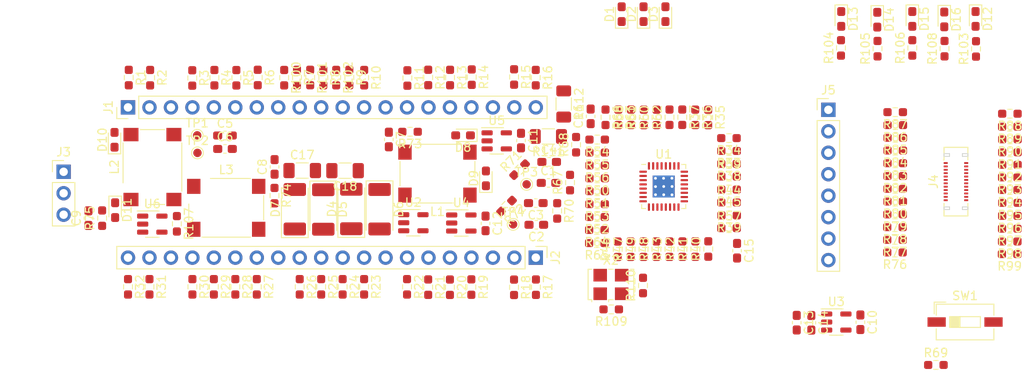
<source format=kicad_pcb>
(kicad_pcb (version 20221018) (generator pcbnew)
  (layers (0 "F.Cu" signal) (31 "B.Cu" signal) (34 "B.Paste" user) (35 "F.Paste" user) (36 "B.SilkS" user "B.Silkscreen") (37 "F.SilkS" user "F.Silkscreen") (38 "B.Mask" user) (39 "F.Mask" user) (44 "Edge.Cuts" user))
  (net 0 "")
  (net 1 "Net-(U1-DVDD)")
  (net 2 "Net-(U1-CEXT)")
  (net 3 "Net-(U1-VDDA)")
  (net 4 "Net-(U1-TX+)")
  (net 5 "Net-(U1-RX+)")
  (net 6 "Net-(U1-RX-)")
  (net 7 "Net-(U1-TX-)")
  (net 8 "Net-(U1-GPIO2{slash}Strap10)")
  (net 9 "Net-(U1-XO)")
  (net 10 "Net-(U1-XI{slash}50MHzIn)")
  (net 11 "Net-(U1-MDIO)")
  (net 12 "Net-(U1-MDC)")
  (net 13 "Net-(U1-RX_D3)")
  (net 14 "Net-(U1-RX_D2)")
  (net 15 "Net-(U1-RX_D1)")
  (net 16 "Net-(U1-RX_D0)")
  (net 17 "Net-(U1-VDDIO)")
  (net 18 "Net-(U1-RX_DV)")
  (net 19 "Net-(U1-RX_CLK)")
  (net 20 "Net-(U1-RX_ER)")
  (net 21 "Net-(U1-PWDN{slash}INTn)")
  (net 22 "Net-(U1-TX_CLK)")
  (net 23 "Net-(U1-TX_EN)")
  (net 24 "Net-(U1-TX_D0)")
  (net 25 "Net-(U1-TX_D1)")
  (net 26 "Net-(U1-TX_D2)")
  (net 27 "Net-(U1-TX_D3)")
  (net 28 "Net-(U1-LED_2)")
  (net 29 "Net-(U1-LED_0)")
  (net 30 "Net-(U1-CLKOUT)")
  (net 31 "Net-(U1-RST_N)")
  (net 32 "Net-(U1-GPIO1)")
  (net 33 "+12V")
  (net 34 "GND")
  (net 37 "+5V")
  (net 38 "Net-(D8-K)")
  (net 39 "Net-(C1-Pad2)")
  (net 40 "Net-(C2-Pad1)")
  (net 41 "Net-(D9-K)")
  (net 42 "Net-(C3-Pad1)")
  (net 43 "Net-(C3-Pad2)")
  (net 44 "Net-(C4-Pad1)")
  (net 45 "Net-(C4-Pad2)")
  (net 46 "Net-(C5-Pad1)")
  (net 47 "Net-(C5-Pad2)")
  (net 48 "Net-(C6-Pad1)")
  (net 49 "Net-(C6-Pad2)")
  (net 50 "Net-(C7-Pad1)")
  (net 51 "Net-(C8-Pad1)")
  (net 52 "Net-(C9-Pad1)")
  (net 53 "Earth")
  (net 54 "/AVDD")
  (net 55 "/DVDD")
  (net 56 "/IOVDD")
  (net 57 "+3V3")
  (net 58 "Net-(D1-A)")
  (net 59 "Net-(D2-A)")
  (net 60 "Net-(D3-A)")
  (net 61 "Net-(D4-A)")
  (net 62 "Net-(D5-A)")
  (net 63 "Net-(D10-K)")
  (net 64 "Net-(D11-K)")
  (net 65 "Net-(D12-A)")
  (net 66 "Net-(D13-A)")
  (net 67 "Net-(D14-A)")
  (net 68 "Net-(D15-A)")
  (net 69 "Net-(D16-A)")
  (net 70 "/GP0")
  (net 71 "/GP1")
  (net 72 "/GP2")
  (net 73 "/GP3")
  (net 74 "/GP4")
  (net 75 "/GP5")
  (net 76 "/GP6")
  (net 77 "/GP7")
  (net 78 "/GP8")
  (net 79 "/GP9")
  (net 80 "/GP10")
  (net 81 "/GP11")
  (net 82 "/GP12")
  (net 83 "/GP13")
  (net 84 "/GP14")
  (net 85 "/GP15")
  (net 86 "/GP16")
  (net 87 "/GP17")
  (net 88 "/GP18")
  (net 89 "/GP19")
  (net 90 "/GP20")
  (net 91 "/GP21")
  (net 92 "/GP22")
  (net 93 "/RUN")
  (net 94 "/GP26")
  (net 95 "/GP27")
  (net 96 "/GP28")
  (net 97 "/ADC_VREF")
  (net 98 "Net-(J2-Pin_16)")
  (net 99 "/3v3_EN")
  (net 100 "/VSYS")
  (net 101 "/VBUS")
  (net 102 "Net-(J4-D7)")
  (net 103 "Net-(J4-D6)")
  (net 104 "Net-(J4-D5)")
  (net 105 "Net-(J4-D4)")
  (net 106 "Net-(J4-D3)")
  (net 107 "Net-(J4-D2)")
  (net 108 "Net-(J4-D1)")
  (net 109 "Net-(J4-D0)")
  (net 110 "Net-(J4-PCLK)")
  (net 111 "Net-(J4-DGND-Pad15)")
  (net 112 "Net-(J4-MCLK)")
  (net 113 "Net-(J4-DGND-Pad13)")
  (net 114 "Net-(J4-DVDD15)")
  (net 115 "Net-(J4-IOVDD18)")
  (net 116 "Net-(J4-DGND-Pad10)")
  (net 117 "Net-(J4-INT)")
  (net 118 "Net-(J4-SDA)")
  (net 119 "Net-(J4-SCL)")
  (net 120 "Net-(J4-LVLD)")
  (net 121 "Net-(J4-FVLD)")
  (net 122 "Net-(J4-TRIG)")
  (net 123 "Net-(J4-DGND-Pad3)")
  (net 124 "Net-(J4-AVDD28)")
  (net 125 "Net-(J4-AGND)")
  (net 126 "/SCL")
  (net 127 "/SDA")
  (net 128 "/VSYNC")
  (net 129 "/HREF")
  (net 130 "/PCLK")
  (net 131 "/D0")
  (net 132 "/RX0")
  (net 133 "/RX1")
  (net 134 "/CRS")
  (net 135 "/TX0")
  (net 136 "/TX1")
  (net 137 "/TX_EN")
  (net 139 "/MDIO")
  (net 140 "/MDC")
  (net 145 "/INTn")
  (net 162 "/50MHZ")
  (net 163 "+1V0")
  (net 164 "Net-(R55-Pad2)")
  (net 165 "Net-(R58-Pad2)")
  (net 176 "Net-(U6-VOUT)")
  (net 177 "Net-(X2-~{ST})")
  (footprint "Resistor_SMD:R_0603_1608Metric_Pad0.98x0.95mm_HandSolder" (layer "F.Cu") (at 22.86 46.6325 -90)
    (fp_text reference "R25" (at 0 -1.43 90) (layer "F.SilkS"))
    (fp_text value "0")
    (pad "1" smd roundrect (at -0.9125 0 270) (size 0.975 0.95) (layers "F.Cu" "F.Paste" "F.Mask") (net 94 "/GP26"))
    (pad "2" smd roundrect (at 0.9125 0 270) (size 0.975 0.95) (layers "F.Cu" "F.Paste" "F.Mask"))
  )
  (footprint "Diode_SMD:D_0603_1608Metric_Pad1.05x0.95mm_HandSolder" (layer "F.Cu") (at -1.596719 29.234158 90)
    (fp_text reference "D10" (at 0 -1.43 90) (layer "F.SilkS"))
    (fp_text value "D_Zener")
    (pad "1" smd roundrect (at -0.875 0 90) (size 1.05 0.95) (layers "F.Cu" "F.Paste" "F.Mask") (net 63 "Net-(D10-K)"))
    (pad "2" smd roundrect (at 0.875 0 90) (size 1.05 0.95) (layers "F.Cu" "F.Paste" "F.Mask") (net 34 "GND"))
  )
  (footprint "Resistor_SMD:R_0603_1608Metric_Pad0.98x0.95mm_HandSolder" (layer "F.Cu") (at 95.6075 55.88)
    (fp_text reference "R69" (at 0 -1.43) (layer "F.SilkS"))
    (fp_text value "0")
    (pad "1" smd roundrect (at -0.9125 0) (size 0.975 0.95) (layers "F.Cu" "F.Paste" "F.Mask") (net 165 "Net-(R58-Pad2)"))
    (pad "2" smd roundrect (at 0.9125 0) (size 0.975 0.95) (layers "F.Cu" "F.Paste" "F.Mask") (net 57 "+3V3"))
  )
  (footprint "Resistor_SMD:R_0603_1608Metric_Pad0.98x0.95mm_HandSolder" (layer "F.Cu") (at 62.549717 26.583549 90)
    (fp_text reference "R60" (at 0 -1.43 90) (layer "F.SilkS"))
    (fp_text value "0")
    (pad "1" smd roundrect locked (at -0.9125 0 90) (size 0.975 0.95) (layers "F.Cu" "F.Paste" "F.Mask") (net 29 "Net-(U1-LED_0)"))
    (pad "2" smd roundrect locked (at 0.9125 0 90) (size 0.975 0.95) (layers "F.Cu" "F.Paste" "F.Mask") (net 60 "Net-(D3-A)"))
  )
  (footprint "Resistor_SMD:R_0603_1608Metric_Pad0.98x0.95mm_HandSolder" (layer "F.Cu") (at 50.787821 37.648808 -90)
    (fp_text reference "R70" (at 0 -1.43 90) (layer "F.SilkS"))
    (fp_text value "0")
    (pad "1" smd roundrect (at -0.9125 0 270) (size 0.975 0.95) (layers "F.Cu" "F.Paste" "F.Mask") (net 42 "Net-(C3-Pad1)"))
    (pad "2" smd roundrect (at 0.9125 0 270) (size 0.975 0.95) (layers "F.Cu" "F.Paste" "F.Mask") (net 40 "Net-(C2-Pad1)"))
  )
  (footprint "Diode_SMD:D_0603_1608Metric_Pad1.05x0.95mm_HandSolder" (layer "F.Cu") (at 42.353769 33.798789 90)
    (fp_text reference "D9" (at 0 -1.43 90) (layer "F.SilkS"))
    (fp_text value "D_Zener")
    (pad "1" smd roundrect (at -0.875 0 90) (size 1.05 0.95) (layers "F.Cu" "F.Paste" "F.Mask") (net 41 "Net-(D9-K)"))
    (pad "2" smd roundrect (at 0.875 0 90) (size 1.05 0.95) (layers "F.Cu" "F.Paste" "F.Mask") (net 34 "GND"))
  )
  (footprint "Connector_PinHeader_2.54mm:PinHeader_1x20_P2.54mm_Vertical" (layer "F.Cu") (at 48.26 43.18 -90)
    (fp_text reference "J2" (at 0 -2.33 90) (layer "F.SilkS"))
    (fp_text value "Conn_01x20_Socket")
    (pad "1" thru_hole rect locked (at 0 0 270) (size 1.7 1.7) (drill 1) (layers "*.Cu" "*.Mask") (net 86 "/GP16"))
    (pad "2" thru_hole oval locked (at 0 2.54 270) (size 1.7 1.7) (drill 1) (layers "*.Cu" "*.Mask") (net 87 "/GP17"))
    (pad "3" thru_hole oval locked (at 0 5.08 270) (size 1.7 1.7) (drill 1) (layers "*.Cu" "*.Mask") (net 34 "GND"))
    (pad "4" thru_hole oval locked (at 0 7.62 270) (size 1.7 1.7) (drill 1) (layers "*.Cu" "*.Mask") (net 88 "/GP18"))
    (pad "5" thru_hole oval locked (at 0 10.16 270) (size 1.7 1.7) (drill 1) (layers "*.Cu" "*.Mask") (net 89 "/GP19"))
    (pad "6" thru_hole oval locked (at 0 12.7 270) (size 1.7 1.7) (drill 1) (layers "*.Cu" "*.Mask") (net 90 "/GP20"))
    (pad "7" thru_hole oval locked (at 0 15.24 270) (size 1.7 1.7) (drill 1) (layers "*.Cu" "*.Mask") (net 91 "/GP21"))
    (pad "8" thru_hole oval locked (at 0 17.78 270) (size 1.7 1.7) (drill 1) (layers "*.Cu" "*.Mask") (net 34 "GND"))
    (pad "9" thru_hole oval locked (at 0 20.32 270) (size 1.7 1.7) (drill 1) (layers "*.Cu" "*.Mask") (net 92 "/GP22"))
    (pad "10" thru_hole oval locked (at 0 22.86 270) (size 1.7 1.7) (drill 1) (layers "*.Cu" "*.Mask") (net 93 "/RUN"))
    (pad "11" thru_hole oval locked (at 0 25.4 270) (size 1.7 1.7) (drill 1) (layers "*.Cu" "*.Mask") (net 94 "/GP26"))
    (pad "12" thru_hole oval locked (at 0 27.94 270) (size 1.7 1.7) (drill 1) (layers "*.Cu" "*.Mask") (net 95 "/GP27"))
    (pad "13" thru_hole oval locked (at 0 30.48 270) (size 1.7 1.7) (drill 1) (layers "*.Cu" "*.Mask") (net 34 "GND"))
    (pad "14" thru_hole oval locked (at 0 33.02 270) (size 1.7 1.7) (drill 1) (layers "*.Cu" "*.Mask") (net 96 "/GP28"))
    (pad "15" thru_hole oval locked (at 0 35.56 270) (size 1.7 1.7) (drill 1) (layers "*.Cu" "*.Mask") (net 97 "/ADC_VREF"))
    (pad "16" thru_hole oval locked (at 0 38.1 270) (size 1.7 1.7) (drill 1) (layers "*.Cu" "*.Mask") (net 98 "Net-(J2-Pin_16)"))
    (pad "17" thru_hole oval locked (at 0 40.64 270) (size 1.7 1.7) (drill 1) (layers "*.Cu" "*.Mask") (net 99 "/3v3_EN"))
    (pad "18" thru_hole oval locked (at 0 43.18 270) (size 1.7 1.7) (drill 1) (layers "*.Cu" "*.Mask") (net 34 "GND"))
    (pad "19" thru_hole oval locked (at 0 45.72 270) (size 1.7 1.7) (drill 1) (layers "*.Cu" "*.Mask") (net 100 "/VSYS"))
    (pad "20" thru_hole oval locked (at 0 48.26 270) (size 1.7 1.7) (drill 1) (layers "*.Cu" "*.Mask") (net 101 "/VBUS"))
  )
  (footprint "Resistor_SMD:R_0603_1608Metric_Pad0.98x0.95mm_HandSolder" (layer "F.Cu") (at 88.699864 18.448037 90)
    (fp_text reference "R105" (at 0 -1.43 90) (layer "F.SilkS"))
    (fp_text value "0")
    (pad "1" smd roundrect (at -0.9125 0 90) (size 0.975 0.95) (layers "F.Cu" "F.Paste" "F.Mask") (net 56 "/IOVDD"))
    (pad "2" smd roundrect (at 0.9125 0 90) (size 0.975 0.95) (layers "F.Cu" "F.Paste" "F.Mask") (net 67 "Net-(D14-A)"))
  )
  (footprint "Resistor_SMD:R_0603_1608Metric_Pad0.98x0.95mm_HandSolder" (layer "F.Cu") (at 52.310158 34.29786 90)
    (fp_text reference "R67" (at 0 -1.43 90) (layer "F.SilkS"))
    (fp_text value "0")
    (pad "1" smd roundrect (at -0.9125 0 90) (size 0.975 0.95) (layers "F.Cu" "F.Paste" "F.Mask") (net 39 "Net-(C1-Pad2)"))
    (pad "2" smd roundrect (at 0.9125 0 90) (size 0.975 0.95) (layers "F.Cu" "F.Paste" "F.Mask") (net 45 "Net-(C4-Pad2)"))
  )
  (footprint "Resistor_SMD:R_0603_1608Metric_Pad0.98x0.95mm_HandSolder" (layer "F.Cu") (at 25.4 46.6325 -90)
    (fp_text reference "R24" (at 0 -1.43 90) (layer "F.SilkS"))
    (fp_text value "0")
    (pad "1" smd roundrect (at -0.9125 0 270) (size 0.975 0.95) (layers "F.Cu" "F.Paste" "F.Mask") (net 93 "/RUN"))
    (pad "2" smd roundrect (at 0.9125 0 270) (size 0.975 0.95) (layers "F.Cu" "F.Paste" "F.Mask"))
  )
  (footprint "Capacitor_SMD:C_0603_1608Metric_Pad1.08x0.95mm_HandSolder" (layer "F.Cu") (at 49.84007 31.850844)
    (fp_text reference "C4" (at 0 -1.43) (layer "F.SilkS"))
    (fp_text value "C")
    (pad "1" smd roundrect (at -0.8625 0) (size 1.075 0.95) (layers "F.Cu" "F.Paste" "F.Mask") (net 44 "Net-(C4-Pad1)"))
    (pad "2" smd roundrect (at 0.8625 0) (size 1.075 0.95) (layers "F.Cu" "F.Paste" "F.Mask") (net 45 "Net-(C4-Pad2)"))
  )
  (footprint "Resistor_SMD:R_0603_1608Metric_Pad0.98x0.95mm_HandSolder" (layer "F.Cu") (at 65.609674 42.169702 90)
    (fp_text reference "R42" (at 0 -1.43 90) (layer "F.SilkS"))
    (fp_text value "0")
    (pad "1" smd roundrect locked (at -0.9125 0 90) (size 0.975 0.95) (layers "F.Cu" "F.Paste" "F.Mask"))
    (pad "2" smd roundrect locked (at 0.9125 0 90) (size 0.975 0.95) (layers "F.Cu" "F.Paste" "F.Mask") (net 14 "Net-(U1-RX_D2)"))
  )
  (footprint "Resistor_SMD:R_0603_1608Metric_Pad0.98x0.95mm_HandSolder" (layer "F.Cu") (at 7.62 46.6325 -90)
    (fp_text reference "R30" (at 0 -1.43 90) (layer "F.SilkS"))
    (fp_text value "0")
    (pad "1" smd roundrect (at -0.9125 0 270) (size 0.975 0.95) (layers "F.Cu" "F.Paste" "F.Mask") (net 99 "/3v3_EN"))
    (pad "2" smd roundrect (at 0.9125 0 270) (size 0.975 0.95) (layers "F.Cu" "F.Paste" "F.Mask"))
  )
  (footprint "Resistor_SMD:R_0603_1608Metric_Pad0.98x0.95mm_HandSolder" (layer "F.Cu") (at 35.525659 21.858877 -90)
    (fp_text reference "R12" (at 0 -1.43 90) (layer "F.SilkS"))
    (fp_text value "0")
    (pad "1" smd roundrect (at -0.9125 0 270) (size 0.975 0.95) (layers "F.Cu" "F.Paste" "F.Mask") (net 136 "/TX1"))
    (pad "2" smd roundrect (at 0.9125 0 270) (size 0.975 0.95) (layers "F.Cu" "F.Paste" "F.Mask") (net 81 "/GP11"))
  )
  (footprint "Resistor_SMD:R_0603_1608Metric_Pad0.98x0.95mm_HandSolder" (layer "F.Cu") (at 10.222919 21.885573 -90)
    (fp_text reference "R4" (at 0 -1.43 90) (layer "F.SilkS"))
    (fp_text value "0")
    (pad "1" smd roundrect (at -0.9125 0 270) (size 0.975 0.95) (layers "F.Cu" "F.Paste" "F.Mask") (net 131 "/D0"))
    (pad "2" smd roundrect (at 0.9125 0 270) (size 0.975 0.95) (layers "F.Cu" "F.Paste" "F.Mask") (net 73 "/GP3"))
  )
  (footprint "Resistor_SMD:R_0603_1608Metric_Pad0.98x0.95mm_HandSolder" (layer "F.Cu") (at 15.24 46.6325 -90)
    (fp_text reference "R27" (at 0 -1.43 90) (layer "F.SilkS"))
    (fp_text value "0")
    (pad "1" smd roundrect (at -0.9125 0 270) (size 0.975 0.95) (layers "F.Cu" "F.Paste" "F.Mask") (net 96 "/GP28"))
    (pad "2" smd roundrect (at 0.9125 0 270) (size 0.975 0.95) (layers "F.Cu" "F.Paste" "F.Mask"))
  )
  (footprint "Resistor_SMD:R_0603_1608Metric_Pad0.98x0.95mm_HandSolder" (layer "F.Cu") (at 90.793342 35.035821 180)
    (fp_text reference "R81" (at 0 -1.43) (layer "F.SilkS"))
    (fp_text value "0")
    (pad "1" smd roundrect (at -0.9125 0 180) (size 0.975 0.95) (layers "F.Cu" "F.Paste" "F.Mask") (net 119 "Net-(J4-SCL)"))
    (pad "2" smd roundrect (at 0.9125 0 180) (size 0.975 0.95) (layers "F.Cu" "F.Paste" "F.Mask") (net 126 "/SCL"))
  )
  (footprint "Transformer_SMD:Pulse_PA2001NL" (layer "F.Cu") (at 11.621443 37.284027)
    (fp_text reference "L3" (at 0 -4.5) (layer "F.SilkS"))
    (fp_text value "L_Iron_Coupled_Small_1243")
    (pad "1" smd rect (at -3.8425 -2.54) (size 1.585 1.78) (layers "F.Cu" "F.Paste" "F.Mask") (net 48 "Net-(C6-Pad1)"))
    (pad "2" smd rect (at -3.8425 2.54) (size 1.585 1.78) (layers "F.Cu" "F.Paste" "F.Mask") (net 61 "Net-(D4-A)"))
    (pad "3" smd rect (at 3.8425 2.54) (size 1.585 1.78) (layers "F.Cu" "F.Paste" "F.Mask") (net 62 "Net-(D5-A)"))
    (pad "4" smd rect (at 3.8425 -2.54) (size 1.585 1.78) (layers "F.Cu" "F.Paste" "F.Mask") (net 46 "Net-(C5-Pad1)"))
  )
  (footprint "Package_TO_SOT_SMD:SOT-23-5" (layer "F.Cu") (at 2.874769 39.212382)
    (fp_text reference "U6" (at 0 -2.4) (layer "F.SilkS"))
    (fp_text value "TPS76333")
    (pad "1" smd roundrect (at -1.1375 -0.95) (size 1.325 0.6) (layers "F.Cu" "F.Paste" "F.Mask") (net 37 "+5V"))
    (pad "2" smd roundrect (at -1.1375 0) (size 1.325 0.6) (layers "F.Cu" "F.Paste" "F.Mask") (net 34 "GND"))
    (pad "3" smd roundrect (at -1.1375 0.95) (size 1.325 0.6) (layers "F.Cu" "F.Paste" "F.Mask"))
    (pad "4" smd roundrect (at 1.1375 0.95) (size 1.325 0.6) (layers "F.Cu" "F.Paste" "F.Mask"))
    (pad "5" smd roundrect (at 1.1375 -0.95) (size 1.325 0.6) (layers "F.Cu" "F.Paste" "F.Mask") (net 176 "Net-(U6-VOUT)"))
  )
  (footprint "Resistor_SMD:R_0603_1608Metric_Pad0.98x0.95mm_HandSolder" (layer "F.Cu") (at 67.126931 26.576561 -90)
    (fp_text reference "R36" (at 0 -1.43 90) (layer "F.SilkS"))
    (fp_text value "0")
    (pad "1" smd roundrect locked (at -0.9125 0 270) (size 0.975 0.95) (layers "F.Cu" "F.Paste" "F.Mask"))
    (pad "2" smd roundrect locked (at 0.9125 0 270) (size 0.975 0.95) (layers "F.Cu" "F.Paste" "F.Mask") (net 26 "Net-(U1-TX_D2)"))
  )
  (footprint "LED_SMD:LED_0603_1608Metric_Pad1.05x0.95mm_HandSolder" (layer "F.Cu") (at 96.598723 14.99014 -90)
    (fp_text reference "D16" (at 0 -1.43 90) (layer "F.SilkS"))
    (fp_text value "LED")
    (pad "1" smd roundrect (at -0.875 0 270) (size 1.05 0.95) (layers "F.Cu" "F.Paste" "F.Mask") (net 34 "GND"))
    (pad "2" smd roundrect (at 0.875 0 270) (size 1.05 0.95) (layers "F.Cu" "F.Paste" "F.Mask") (net 69 "Net-(D16-A)"))
  )
  (footprint "Resistor_SMD:R_0603_1608Metric_Pad0.98x0.95mm_HandSolder" (layer "F.Cu") (at 104.364072 38.234338 180)
    (fp_text reference "R96" (at 0 -1.43) (layer "F.SilkS"))
    (fp_text value "0")
    (pad "1" smd roundrect (at -0.9125 0 180) (size 0.975 0.95) (layers "F.Cu" "F.Paste" "F.Mask") (net 130 "/PCLK"))
    (pad "2" smd roundrect (at 0.9125 0 180) (size 0.975 0.95) (layers "F.Cu" "F.Paste" "F.Mask") (net 110 "Net-(J4-PCLK)"))
  )
  (footprint "Resistor_SMD:R_0603_1608Metric_Pad0.98x0.95mm_HandSolder" (layer "F.Cu") (at 68.660089 26.586088 -90)
    (fp_text reference "R35" (at 0 -1.43 90) (layer "F.SilkS"))
    (fp_text value "0")
    (pad "1" smd roundrect locked (at -0.9125 0 270) (size 0.975 0.95) (layers "F.Cu" "F.Paste" "F.Mask") (net 136 "/TX1"))
    (pad "2" smd roundrect locked (at 0.9125 0 270) (size 0.975 0.95) (layers "F.Cu" "F.Paste" "F.Mask") (net 25 "Net-(U1-TX_D1)"))
  )
  (footprint "Capacitor_SMD:C_0603_1608Metric_Pad1.08x0.95mm_HandSolder" (layer "F.Cu") (at 42.311252 39.127969 -90)
    (fp_text reference "C12" (at 0 -1.43 90) (layer "F.SilkS"))
    (fp_text value "C")
    (pad "1" smd roundrect (at -0.8625 0 270) (size 1.075 0.95) (layers "F.Cu" "F.Paste" "F.Mask") (net 56 "/IOVDD"))
    (pad "2" smd roundrect (at 0.8625 0 270) (size 1.075 0.95) (layers "F.Cu" "F.Paste" "F.Mask") (net 34 "GND"))
  )
  (footprint "Resistor_SMD:R_0603_1608Metric_Pad0.98x0.95mm_HandSolder" (layer "F.Cu") (at 20.32 46.6325 -90)
    (fp_text reference "R26" (at 0 -1.43 90) (layer "F.SilkS"))
    (fp_text value "0")
    (pad "1" smd roundrect (at -0.9125 0 270) (size 0.975 0.95) (layers "F.Cu" "F.Paste" "F.Mask") (net 95 "/GP27"))
    (pad "2" smd roundrect (at 0.9125 0 270) (size 0.975 0.95) (layers "F.Cu" "F.Paste" "F.Mask"))
  )
  (footprint "Capacitor_SMD:C_0603_1608Metric_Pad1.08x0.95mm_HandSolder" (layer "F.Cu") (at 30.867621 29.198435 -90)
    (fp_text reference "C7" (at 0 -1.43 90) (layer "F.SilkS"))
    (fp_text value "C")
    (pad "1" smd roundrect (at -0.8625 0 270) (size 1.075 0.95) (layers "F.Cu" "F.Paste" "F.Mask") (net 50 "Net-(C7-Pad1)"))
    (pad "2" smd roundrect (at 0.8625 0 270) (size 1.075 0.95) (layers "F.Cu" "F.Paste" "F.Mask") (net 47 "Net-(C5-Pad2)"))
  )
  (footprint "Resistor_SMD:R_0603_1608Metric_Pad0.98x0.95mm_HandSolder" (layer "F.Cu") (at 12.820762 21.893845 -90)
    (fp_text reference "R5" (at 0 -1.43 90) (layer "F.SilkS"))
    (fp_text value "0")
    (pad "1" smd roundrect (at -0.9125 0 270) (size 0.975 0.95) (layers "F.Cu" "F.Paste" "F.Mask") (net 127 "/SDA"))
    (pad "2" smd roundrect (at 0.9125 0 270) (size 0.975 0.95) (layers "F.Cu" "F.Paste" "F.Mask") (net 74 "/GP4"))
  )
  (footprint "Resistor_SMD:R_0603_1608Metric_Pad0.98x0.95mm_HandSolder" (layer "F.Cu") (at 45.689481 21.800668 -90)
    (fp_text reference "R15" (at 0 -1.43 90) (layer "F.SilkS"))
    (fp_text value "0")
    (pad "1" smd roundrect (at -0.9125 0 270) (size 0.975 0.95) (layers "F.Cu" "F.Paste" "F.Mask") (net 139 "/MDIO"))
    (pad "2" smd roundrect (at 0.9125 0 270) (size 0.975 0.95) (layers "F.Cu" "F.Paste" "F.Mask") (net 84 "/GP14"))
  )
  (footprint "Resistor_SMD:R_0603_1608Metric_Pad0.98x0.95mm_HandSolder" (layer "F.Cu") (at 68.668988 42.157623 90)
    (fp_text reference "R40" (at 0 -1.43 90) (layer "F.SilkS"))
    (fp_text value "0")
    (pad "1" smd roundrect locked (at -0.9125 0 90) (size 0.975 0.95) (layers "F.Cu" "F.Paste" "F.Mask") (net 132 "/RX0"))
    (pad "2" smd roundrect locked (at 0.9125 0 90) (size 0.975 0.95) (layers "F.Cu" "F.Paste" "F.Mask") (net 16 "Net-(U1-RX_D0)"))
  )
  (footprint "Resistor_SMD:R_0603_1608Metric_Pad0.98x0.95mm_HandSolder" (layer "F.Cu") (at 12.7 46.6325 -90)
    (fp_text reference "R28" (at 0 -1.43 90) (layer "F.SilkS"))
    (fp_text value "0")
    (pad "1" smd roundrect (at -0.9125 0 270) (size 0.975 0.95) (layers "F.Cu" "F.Paste" "F.Mask") (net 97 "/ADC_VREF"))
    (pad "2" smd roundrect (at 0.9125 0 270) (size 0.975 0.95) (layers "F.Cu" "F.Paste" "F.Mask"))
  )
  (footprint "Capacitor_SMD:C_0603_1608Metric_Pad1.08x0.95mm_HandSolder" (layer "F.Cu") (at 79.137251 50.876453 -90)
    (fp_text reference "C13" (at 0 -1.43 90) (layer "F.SilkS"))
    (fp_text value "C")
    (pad "1" smd roundrect (at -0.8625 0 270) (size 1.075 0.95) (layers "F.Cu" "F.Paste" "F.Mask") (net 37 "+5V"))
    (pad "2" smd roundrect (at 0.8625 0 270) (size 1.075 0.95) (layers "F.Cu" "F.Paste" "F.Mask") (net 34 "GND"))
  )
  (footprint "Resistor_SMD:R_0603_1608Metric_Pad0.98x0.95mm_HandSolder" (layer "F.Cu") (at 58.024627 26.575292 -90)
    (fp_text reference "R63" (at 0 -1.43 90) (layer "F.SilkS"))
    (fp_text value "0")
    (pad "1" smd roundrect locked (at -0.9125 0 270) (size 0.975 0.95) (layers "F.Cu" "F.Paste" "F.Mask") (net 34 "GND"))
    (pad "2" smd roundrect locked (at 0.9125 0 270) (size 0.975 0.95) (layers "F.Cu" "F.Paste" "F.Mask") (net 32 "Net-(U1-GPIO1)"))
  )
  (footprint "Capacitor_SMD:C_0603_1608Metric_Pad1.08x0.95mm_HandSolder" (layer "F.Cu") (at 11.478263 30.316328)
    (fp_text reference "C6" (at 0 -1.43) (layer "F.SilkS"))
    (fp_text value "C")
    (pad "1" smd roundrect (at -0.8625 0) (size 1.075 0.95) (layers "F.Cu" "F.Paste" "F.Mask") (net 48 "Net-(C6-Pad1)"))
    (pad "2" smd roundrect (at 0.8625 0) (size 1.075 0.95) (layers "F.Cu" "F.Paste" "F.Mask") (net 49 "Net-(C6-Pad2)"))
  )
  (footprint "Resistor_SMD:R_0603_1608Metric_Pad0.98x0.95mm_HandSolder" (layer "F.Cu") (at 40.67859 21.818808 -90)
    (fp_text reference "R14" (at 0 -1.43 90) (layer "F.SilkS"))
    (fp_text value "0")
    (pad "1" smd roundrect (at -0.9125 0 270) (size 0.975 0.95) (layers "F.Cu" "F.Paste" "F.Mask"))
    (pad "2" smd roundrect (at 0.9125 0 270) (size 0.975 0.95) (layers "F.Cu" "F.Paste" "F.Mask") (net 83 "/GP13"))
  )
  (footprint "Package_DFN_QFN:VQFN-32-1EP_5x5mm_P0.5mm_EP3.1x3.1mm_ThermalVias" (layer "F.Cu") (at 63.396466 34.7604)
    (fp_text reference "U1" (at 0 -3.82) (layer "F.SilkS"))
    (fp_text value "~")
    (pad "1" smd roundrect locked (at -2.4375 -1.75) (size 0.875 0.25) (layers "F.Cu" "F.Paste" "F.Mask") (net 1 "Net-(U1-DVDD)"))
    (pad "2" smd roundrect locked (at -2.4375 -1.25) (size 0.875 0.25) (layers "F.Cu" "F.Paste" "F.Mask") (net 2 "Net-(U1-CEXT)"))
    (pad "3" smd roundrect locked (at -2.4375 -0.75) (size 0.875 0.25) (layers "F.Cu" "F.Paste" "F.Mask") (net 3 "Net-(U1-VDDA)"))
    (pad "4" smd roundrect locked (at -2.4375 -0.25) (size 0.875 0.25) (layers "F.Cu" "F.Paste" "F.Mask") (net 4 "Net-(U1-TX+)"))
    (pad "5" smd roundrect locked (at -2.4375 0.25) (size 0.875 0.25) (layers "F.Cu" "F.Paste" "F.Mask") (net 5 "Net-(U1-RX+)"))
    (pad "6" smd roundrect locked (at -2.4375 0.75) (size 0.875 0.25) (layers "F.Cu" "F.Paste" "F.Mask") (net 6 "Net-(U1-RX-)"))
    (pad "7" smd roundrect locked (at -2.4375 1.25) (size 0.875 0.25) (layers "F.Cu" "F.Paste" "F.Mask") (net 7 "Net-(U1-TX-)"))
    (pad "8" smd roundrect locked (at -2.4375 1.75) (size 0.875 0.25) (layers "F.Cu" "F.Paste" "F.Mask") (net 8 "Net-(U1-GPIO2{slash}Strap10)"))
    (pad "9" smd roundrect locked (at -1.75 2.4375) (size 0.25 0.875) (layers "F.Cu" "F.Paste" "F.Mask") (net 9 "Net-(U1-XO)"))
    (pad "10" smd roundrect locked (at -1.25 2.4375) (size 0.25 0.875) (layers "F.Cu" "F.Paste" "F.Mask") (net 10 "Net-(U1-XI{slash}50MHzIn)"))
    (pad "11" smd roundrect locked (at -0.75 2.4375) (size 0.25 0.875) (layers "F.Cu" "F.Paste" "F.Mask") (net 11 "Net-(U1-MDIO)"))
    (pad "12" smd roundrect locked (at -0.25 2.4375) (size 0.25 0.875) (layers "F.Cu" "F.Paste" "F.Mask") (net 12 "Net-(U1-MDC)"))
    (pad "13" smd roundrect locked (at 0.25 2.4375) (size 0.25 0.875) (layers "F.Cu" "F.Paste" "F.Mask") (net 13 "Net-(U1-RX_D3)"))
    (pad "14" smd roundrect locked (at 0.75 2.4375) (size 0.25 0.875) (layers "F.Cu" "F.Paste" "F.Mask") (net 14 "Net-(U1-RX_D2)"))
    (pad "15" smd roundrect locked (at 1.25 2.4375) (size 0.25 0.875) (layers "F.Cu" "F.Paste" "F.Mask") (net 15 "Net-(U1-RX_D1)"))
    (pad "16" smd roundrect locked (at 1.75 2.4375) (size 0.25 0.875) (layers "F.Cu" "F.Paste" "F.Mask") (net 16 "Net-(U1-RX_D0)"))
    (pad "17" smd roundrect locked (at 2.4375 1.75) (size 0.875 0.25) (layers "F.Cu" "F.Paste" "F.Mask") (net 17 "Net-(U1-VDDIO)"))
    (pad "18" smd roundrect locked (at 2.4375 1.25) (size 0.875 0.25) (layers "F.Cu" "F.Paste" "F.Mask") (net 18 "Net-(U1-RX_DV)"))
    (pad "19" smd roundrect locked (at 2.4375 0.75) (size 0.875 0.25) (layers "F.Cu" "F.Paste" "F.Mask") (net 19 "Net-(U1-RX_CLK)"))
    (pad "20" smd roundrect locked (at 2.4375 0.25) (size 0.875 0.25) (layers "F.Cu" "F.Paste" "F.Mask") (net 20 "Net-(U1-RX_ER)"))
    (pad "21" smd roundrect locked (at 2.4375 -0.25) (size 0.875 0.25) (layers "F.Cu" "F.Paste" "F.Mask") (net 21 "Net-(U1-PWDN{slash}INTn)"))
    (pad "22" smd roundrect locked (at 2.4375 -0.75) (size 0.875 0.25) (layers "F.Cu" "F.Paste" "F.Mask") (net 22 "Net-(U1-TX_CLK)"))
    (pad "23" smd roundrect locked (at 2.4375 -1.25) (size 0.875 0.25) (layers "F.Cu" "F.Paste" "F.Mask") (net 23 "Net-(U1-TX_EN)"))
    (pad "24" smd roundrect locked (at 2.4375 -1.75) (size 0.875 0.25) (layers "F.Cu" "F.Paste" "F.Mask") (net 24 "Net-(U1-TX_D0)"))
    (pad "25" smd roundrect locked (at 1.75 -2.4375) (size 0.25 0.875) (layers "F.Cu" "F.Paste" "F.Mask") (net 25 "Net-(U1-TX_D1)"))
    (pad "26" smd roundrect locked (at 1.25 -2.4375) (size 0.25 0.875) (layers "F.Cu" "F.Paste" "F.Mask") (net 26 "Net-(U1-TX_D2)"))
    (pad "27" smd roundrect locked (at 0.75 -2.4375) (size 0.25 0.875) (layers "F.Cu" "F.Paste" "F.Mask") (net 27 "Net-(U1-TX_D3)"))
    (pad "28" smd roundrect locked (at 0.25 -2.4375) (size 0.25 0.875) (layers "F.Cu" "F.Paste" "F.Mask") (net 28 "Net-(U1-LED_2)"))
    (pad "29" smd roundrect locked (at -0.25 -2.4375) (size 0.25 0.875) (layers "F.Cu" "F.Paste" "F.Mask") (net 29 "Net-(U1-LED_0)"))
    (pad "30" smd roundrect locked (at -0.75 -2.4375) (size 0.25 0.875) (layers "F.Cu" "F.Paste" "F.Mask") (net 30 "Net-(U1-CLKOUT)"))
    (pad "31" smd roundrect locked (at -1.25 -2.4375) (size 0.25 0.875) (layers "F.Cu" "F.Paste" "F.Mask") (net 31 "Net-(U1-RST_N)"))
    (pad "32" smd roundrect locked (at -1.75 -2.4375) (size 0.25 0.875) (layers "F.Cu" "F.Paste" "F.Mask") (net 32 "Net-(U1-GPIO1)"))
    (pad "33" thru_hole circle locked (at -0.974883 -0.970218) (size 0.63 0.63) (drill 0.33) (layers "*.Cu"))
    (pad "33" thru_hole circle locked (at -0.970218 0.013993) (size 0.63 0.63) (drill 0.33) (layers "*.Cu"))
    (pad "33" thru_hole circle locked (at -0.970218 0.970218) (size 0.63 0.63) (drill 0.33) (layers "*.Cu"))
    (pad "33" thru_hole circle locked (at -0.018658 -0.970218) (size 0.63 0.63) (drill 0.33) (layers "*.Cu"))
    (pad "33" thru_hole circle locked (at 0 0) (size 0.63 0.63) (drill 0.33) (layers "*.Cu"))
    (pad "33" smd rect locked (at 0 0) (size 2.6 2.6) (layers "F.Cu" "F.Mask"))
    (pad "33" smd rect locked (at 0 0) (size 2.6 2.6) (layers "B.Cu"))
    (pad "33" thru_hole circle locked (at 0 0.974883) (size 0.63 0.63) (drill 0.33) (layers "*.Cu"))
    (pad "33" thru_hole circle locked (at 0.970218 -0.979547) (size 0.63 0.63) (drill 0.33) (layers "*.Cu"))
    (pad "33" thru_hole circle locked (at 0.979547 0.984212) (size 0.63 0.63) (drill 0.33) (layers "*.Cu"))
    (pad "33" thru_hole circle locked (at 0.984212 0) (size 0.63 0.63) (drill 0.33) (layers "*.Cu"))
  )
  (footprint "TestPoint:TestPoint_Pad_D1.0mm" (layer "F.Cu") (at 8.21702 30.781173)
    (fp_text reference "TP2" (at 0 -1.448) (layer "F.SilkS"))
    (fp_text value "TestPoint_Probe")
    (pad "1" smd circle (at 0 0) (size 1 1) (layers "F.Cu" "F.Mask") (net 48 "Net-(C6-Pad1)"))
  )
  (footprint "Resistor_SMD:R_1206_3216Metric_Pad1.30x1.75mm_HandSolder" (layer "F.Cu") (at 51.561909 24.994577 -90)
    (fp_text reference "R112" (at 0 -1.82 90) (layer "F.SilkS"))
    (fp_text value "0")
    (pad "1" smd roundrect (at -1.55 0 270) (size 1.3 1.75) (layers "F.Cu" "F.Paste" "F.Mask") (roundrect_rratio 0.192308) (net 34 "GND"))
    (pad "2" smd roundrect (at 1.55 0 270) (size 1.3 1.75) (layers "F.Cu" "F.Paste" "F.Mask") (roundrect_rratio 0.192308) (net 163 "+1V0"))
  )
  (footprint "Resistor_SMD:R_0603_1608Metric_Pad0.98x0.95mm_HandSolder" (layer "F.Cu") (at 2.54 46.6325 -90)
    (fp_text reference "R31" (at 0 -1.43 90) (layer "F.SilkS"))
    (fp_text value "0")
    (pad "1" smd roundrect (at -0.9125 0 270) (size 0.975 0.95) (layers "F.Cu" "F.Paste" "F.Mask") (net 100 "/VSYS"))
    (pad "2" smd roundrect (at 0.9125 0 270) (size 0.975 0.95) (layers "F.Cu" "F.Paste" "F.Mask"))
  )
  (footprint "Capacitor_SMD:C_0603_1608Metric_Pad1.08x0.95mm_HandSolder" (layer "F.Cu") (at 54.749843 26.458965 90)
    (fp_text reference "C16" (at 0 -1.43 90) (layer "F.SilkS"))
    (fp_text value "C")
    (pad "1" smd roundrect (at -0.8625 0 90) (size 1.075 0.95) (layers "F.Cu" "F.Paste" "F.Mask") (net 57 "+3V3"))
    (pad "2" smd roundrect (at 0.8625 0 90) (size 1.075 0.95) (layers "F.Cu" "F.Paste" "F.Mask") (net 34 "GND"))
  )
  (footprint "Resistor_SMD:R_0603_1608Metric_Pad0.98x0.95mm_HandSolder" (layer "F.Cu") (at 104.355801 35.178203 180)
    (fp_text reference "R94" (at 0 -1.43) (layer "F.SilkS"))
    (fp_text value "0")
    (pad "1" smd roundrect (at -0.9125 0 180) (size 0.975 0.95) (layers "F.Cu" "F.Paste" "F.Mask"))
    (pad "2" smd roundrect (at 0.9125 0 180) (size 0.975 0.95) (layers "F.Cu" "F.Paste" "F.Mask") (net 108 "Net-(J4-D1)"))
  )
  (footprint "Resistor_SMD:R_0603_1608Metric_Pad0.98x0.95mm_HandSolder" (layer "F.Cu") (at 57.952809 42.1875 90)
    (fp_text reference "R46" (at 0 -1.43 90) (layer "F.SilkS"))
    (fp_text value "0")
    (pad "1" smd roundrect locked (at -0.9125 0 90) (size 0.975 0.95) (layers "F.Cu" "F.Paste" "F.Mask"))
    (pad "2" smd roundrect locked (at 0.9125 0 90) (size 0.975 0.95) (layers "F.Cu" "F.Paste" "F.Mask") (net 9 "Net-(U1-XO)"))
  )
  (footprint "Capacitor_SMD:C_0603_1608Metric_Pad1.08x0.95mm_HandSolder" (layer "F.Cu") (at 72.075316 42.361931 -90)
    (fp_text reference "C15" (at 0 -1.43 90) (layer "F.SilkS"))
    (fp_text value "C")
    (pad "1" smd roundrect (at -0.8625 0 270) (size 1.075 0.95) (layers "F.Cu" "F.Paste" "F.Mask") (net 57 "+3V3"))
    (pad "2" smd roundrect (at 0.8625 0 270) (size 1.075 0.95) (layers "F.Cu" "F.Paste" "F.Mask") (net 34 "GND"))
  )
  (footprint "Resistor_SMD:R_0603_1608Metric_Pad0.98x0.95mm_HandSolder" (layer "F.Cu") (at 0 46.6325 -90)
    (fp_text reference "R32" (at 0 -1.43 90) (layer "F.SilkS"))
    (fp_text value "0")
    (pad "1" smd roundrect (at -0.9125 0 270) (size 0.975 0.95) (layers "F.Cu" "F.Paste" "F.Mask") (net 101 "/VBUS"))
    (pad "2" smd roundrect (at 0.9125 0 270) (size 0.975 0.95) (layers "F.Cu" "F.Paste" "F.Mask") (net 37 "+5V"))
  )
  (footprint "Resistor_SMD:R_0603_1608Metric_Pad0.98x0.95mm_HandSolder" (layer "F.Cu") (at 23.11299 21.873218 -90)
    (fp_text reference "R8" (at 0 -1.43 90) (layer "F.SilkS"))
    (fp_text value "0")
    (pad "1" smd roundrect (at -0.9125 0 270) (size 0.975 0.95) (layers "F.Cu" "F.Paste" "F.Mask") (net 133 "/RX1"))
    (pad "2" smd roundrect (at 0.9125 0 270) (size 0.975 0.95) (layers "F.Cu" "F.Paste" "F.Mask") (net 77 "/GP7"))
  )
  (footprint "TestPoint:TestPoint_Pad_D1.0mm" (layer "F.Cu") (at 45.575337 39.243315)
    (fp_text reference "TP4" (at 0 -1.448) (layer "F.SilkS"))
    (fp_text value "TestPoint_Probe")
    (pad "1" smd circle (at 0 0) (size 1 1) (layers "F.Cu" "F.Mask") (net 41 "Net-(D9-K)"))
  )
  (footprint "Resistor_SMD:R_0603_1608Metric_Pad0.98x0.95mm_HandSolder" (layer "F.Cu") (at 40.630473 46.662914 -90)
    (fp_text reference "R19" (at 0 -1.43 90) (layer "F.SilkS"))
    (fp_text value "0")
    (pad "1" smd roundrect (at -0.9125 0 270) (size 0.975 0.95) (layers "F.Cu" "F.Paste" "F.Mask") (net 88 "/GP18"))
    (pad "2" smd roundrect (at 0.9125 0 270) (size 0.975 0.95) (layers "F.Cu" "F.Paste" "F.Mask"))
  )
  (footprint "Resistor_SMD:R_0603_1608Metric_Pad0.98x0.95mm_HandSolder" (layer "F.Cu") (at 33.02 46.6325 -90)
    (fp_text reference "R22" (at 0 -1.43 90) (layer "F.SilkS"))
    (fp_text value "0")
    (pad "1" smd roundrect (at -0.9125 0 270) (size 0.975 0.95) (layers "F.Cu" "F.Paste" "F.Mask") (net 91 "/GP21"))
    (pad "2" smd roundrect (at 0.9125 0 270) (size 0.975 0.95) (layers "F.Cu" "F.Paste" "F.Mask") (net 145 "/INTn"))
  )
  (footprint "Resistor_SMD:R_0603_1608Metric_Pad0.98x0.95mm_HandSolder" (layer "F.Cu") (at 5.78224 39.174882 -90)
    (fp_text reference "R107" (at 0 -1.43 90) (layer "F.SilkS"))
    (fp_text value "0")
    (pad "1" smd roundrect (at -0.9125 0 270) (size 0.975 0.95) (layers "F.Cu" "F.Paste" "F.Mask") (net 176 "Net-(U6-VOUT)"))
    (pad "2" smd roundrect (at 0.9125 0 270) (size 0.975 0.95) (layers "F.Cu" "F.Paste" "F.Mask") (net 57 "+3V3"))
  )
  (footprint "Diode_SMD:D_2010_5025Metric_Pad1.52x2.65mm_HandSolder" (layer "F.Cu") (at 19.738386 37.450743 90)
    (fp_text reference "D7" (at 0 -2.28 90) (layer "F.SilkS"))
    (fp_text value "D_Schottky")
    (pad "1" smd roundrect (at -2.3375 0 90) (size 1.525 2.65) (layers "F.Cu" "F.Paste" "F.Mask") (roundrect_rratio 0.163934) (net 62 "Net-(D5-A)"))
    (pad "2" smd roundrect (at 2.3375 0 90) (size 1.525 2.65) (layers "F.Cu" "F.Paste" "F.Mask") (roundrect_rratio 0.163934) (net 34 "GND"))
  )
  (footprint "Capacitor_SMD:C_0603_1608Metric_Pad1.08x0.95mm_HandSolder" (layer "F.Cu") (at 17.34521 32.443735 90)
    (fp_text reference "C8" (at 0 -1.43 90) (layer "F.SilkS"))
    (fp_text value "C")
    (pad "1" smd roundrect (at -0.8625 0 90) (size 1.075 0.95) (layers "F.Cu" "F.Paste" "F.Mask") (net 51 "Net-(C8-Pad1)"))
    (pad "2" smd roundrect (at 0.8625 0 90) (size 1.075 0.95) (layers "F.Cu" "F.Paste" "F.Mask") (net 49 "Net-(C6-Pad2)"))
  )
  (footprint "Connector_PinHeader_2.54mm:PinHeader_1x03_P2.54mm_Vertical" (layer "F.Cu") (at -7.62 33.02)
    (fp_text reference "J3" (at 0 -2.33) (layer "F.SilkS"))
    (fp_text value "Conn_01x03_Socket")
    (pad "1" thru_hole rect locked (at 0 0) (size 1.7 1.7) (drill 1) (layers "*.Cu" "*.Mask") (net 63 "Net-(D10-K)"))
    (pad "2" thru_hole oval locked (at 0 2.54) (size 1.7 1.7) (drill 1) (layers "*.Cu" "*.Mask") (net 64 "Net-(D11-K)"))
    (pad "3" thru_hole oval locked (at 0 5.08) (size 1.7 1.7) (drill 1) (layers "*.Cu" "*.Mask") (net 53 "Earth"))
  )
  (footprint "Capacitor_SMD:C_0603_1608Metric_Pad1.08x0.95mm_HandSolder" (layer "F.Cu") (at -4.67955 38.504961 90)
    (fp_text reference "C9" (at 0 -1.43 90) (layer "F.SilkS"))
    (fp_text value "C")
    (pad "1" smd roundrect (at -0.8625 0 90) (size 1.075 0.95) (layers "F.Cu" "F.Paste" "F.Mask") (net 52 "Net-(C9-Pad1)"))
    (pad "2" smd roundrect (at 0.8625 0 90) (size 1.075 0.95) (layers "F.Cu" "F.Paste" "F.Mask") (net 53 "Earth"))
  )
  (footprint "Connector_PinHeader_2.54mm:PinHeader_1x20_P2.54mm_Vertical" (layer "F.Cu") (at 0 25.4 90)
    (fp_text reference "J1" (at 0 -2.33 90) (layer "F.SilkS"))
    (fp_text value "Conn_01x20_Socket")
    (pad "1" thru_hole rect locked (at 0 0 90) (size 1.7 1.7) (drill 1) (layers "*.Cu" "*.Mask") (net 70 "/GP0"))
    (pad "2" thru_hole oval locked (at 0 2.54 90) (size 1.7 1.7) (drill 1) (layers "*.Cu" "*.Mask") (net 71 "/GP1"))
    (pad "3" thru_hole oval locked (at 0 5.08 90) (size 1.7 1.7) (drill 1) (layers "*.Cu" "*.Mask") (net 34 "GND"))
    (pad "4" thru_hole oval locked (at 0 7.62 90) (size 1.7 1.7) (drill 1) (layers "*.Cu" "*.Mask") (net 72 "/GP2"))
    (pad "5" thru_hole oval locked (at 0 10.16 90) (size 1.7 1.7) (drill 1) (layers "*.Cu" "*.Mask") (net 73 "/GP3"))
    (pad "6" thru_hole oval locked (at 0 12.7 90) (size 1.7 1.7) (drill 1) (layers "*.Cu" "*.Mask") (net 74 "/GP4"))
    (pad "7" thru_hole oval locked (at 0 15.24 90) (size 1.7 1.7) (drill 1) (layers "*.Cu" "*.Mask") (net 75 "/GP5"))
    (pad "8" thru_hole oval locked (at 0 17.78 90) (size 1.7 1.7) (drill 1) (layers "*.Cu" "*.Mask") (net 34 "GND"))
    (pad "9" thru_hole oval locked (at 0 20.32 90) (size 1.7 1.7) (drill 1) (layers "*.Cu" "*.Mask") (net 76 "/GP6"))
    (pad "10" thru_hole oval locked (at 0 22.86 90) (size 1.7 1.7) (drill 1) (layers "*.Cu" "*.Mask") (net 77 "/GP7"))
    (pad "11" thru_hole oval locked (at 0 25.4 90) (size 1.7 1.7) (drill 1) (layers "*.Cu" "*.Mask") (net 78 "/GP8"))
    (pad "12" thru_hole oval locked (at 0 27.94 90) (size 1.7 1.7) (drill 1) (layers "*.Cu" "*.Mask") (net 79 "/GP9"))
    (pad "13" thru_hole oval locked (at 0 30.48 90) (size 1.7 1.7) (drill 1) (layers "*.Cu" "*.Mask") (net 34 "GND"))
    (pad "14" thru_hole oval locked (at 0 33.02 90) (size 1.7 1.7) (drill 1) (layers "*.Cu" "*.Mask") (net 80 "/GP10"))
    (pad "15" thru_hole oval locked (at 0 35.56 90) (size 1.7 1.7) (drill 1) (layers "*.Cu" "*.Mask") (net 81 "/GP11"))
    (pad "16" thru_hole oval locked (at 0 38.1 90) (size 1.7 1.7) (drill 1) (layers "*.Cu" "*.Mask") (net 82 "/GP12"))
    (pad "17" thru_hole oval locked (at 0 40.64 90) (size 1.7 1.7) (drill 1) (layers "*.Cu" "*.Mask") (net 83 "/GP13"))
    (pad "18" thru_hole oval locked (at 0 43.18 90) (size 1.7 1.7) (drill 1) (layers "*.Cu" "*.Mask") (net 34 "GND"))
    (pad "19" thru_hole oval locked (at 0 45.72 90) (size 1.7 1.7) (drill 1) (layers "*.Cu" "*.Mask") (net 84 "/GP14"))
    (pad "20" thru_hole oval locked (at 0 48.26 90) (size 1.7 1.7) (drill 1) (layers "*.Cu" "*.Mask") (net 85 "/GP15"))
  )
  (footprint "Resistor_SMD:R_0603_1608Metric_Pad0.98x0.95mm_HandSolder" (layer "F.Cu") (at 90.798543 30.501619 180)
    (fp_text reference "R84" (at 0 -1.43) (layer "F.SilkS"))
    (fp_text value "0")
    (pad "1" smd roundrect (at -0.9125 0 180) (size 0.975 0.95) (layers "F.Cu" "F.Paste" "F.Mask") (net 122 "Net-(J4-TRIG)"))
    (pad "2" smd roundrect (at 0.9125 0 180) (size 0.975 0.95) (layers "F.Cu" "F.Paste" "F.Mask"))
  )
  (footprint "Resistor_SMD:R_0603_1608Metric_Pad0.98x0.95mm_HandSolder" (layer "F.Cu") (at 71.125718 32.081796 180)
    (fp_text reference "R38" (at 0 -1.43) (layer "F.SilkS"))
    (fp_text value "0")
    (pad "1" smd roundrect locked (at -0.9125 0 180) (size 0.975 0.95) (layers "F.Cu" "F.Paste" "F.Mask"))
    (pad "2" smd roundrect locked (at 0.9125 0 180) (size 0.975 0.95) (layers "F.Cu" "F.Paste" "F.Mask") (net 22 "Net-(U1-TX_CLK)"))
  )
  (footprint "Resistor_SMD:R_0603_1608Metric_Pad0.98x0.95mm_HandSolder" (layer "F.Cu") (at 33.060044 21.921796 -90)
    (fp_text reference "R11" (at 0 -1.43 90) (layer "F.SilkS"))
    (fp_text value "0")
    (pad "1" smd roundrect (at -0.9125 0 270) (size 0.975 0.95) (layers "F.Cu" "F.Paste" "F.Mask") (net 135 "/TX0"))
    (pad "2" smd roundrect (at 0.9125 0 270) (size 0.975 0.95) (layers "F.Cu" "F.Paste" "F.Mask") (net 80 "/GP10"))
  )
  (footprint "Button_Switch_SMD:SW_DIP_SPSTx01_Slide_6.7x4.1mm_W6.73mm_P2.54mm_LowProfile_JPin" (layer "F.Cu") (at 99.06 50.8)
    (fp_text reference "SW1" (at 0 -3.11) (layer "F.SilkS"))
    (fp_text value "SW_Push")
    (pad "1" smd rect (at -3.365 0) (size 2.16 1.12) (layers "F.Cu" "F.Paste" "F.Mask") (net 165 "Net-(R58-Pad2)"))
    (pad "2" smd rect (at 3.365 0) (size 2.16 1.12) (layers "F.Cu" "F.Paste" "F.Mask") (net 34 "GND"))
  )
  (footprint "Transformer_SMD:Pulse_PA2001NL" (layer "F.Cu") (at 2.888938 32.459371 90)
    (fp_text reference "L2" (at 0 -4.5 90) (layer "F.SilkS"))
    (fp_text value "L_Iron_Coupled_Small_1243")
    (pad "1" smd rect (at -3.8425 -2.54 90) (size 1.585 1.78) (layers "F.Cu" "F.Paste" "F.Mask") (net 64 "Net-(D11-K)"))
    (pad "2" smd rect (at -3.8425 2.54 90) (size 1.585 1.78) (layers "F.Cu" "F.Paste" "F.Mask") (net 48 "Net-(C6-Pad1)"))
    (pad "3" smd rect (at 3.8425 2.54 90) (size 1.585 1.78) (layers "F.Cu" "F.Paste" "F.Mask") (net 46 "Net-(C5-Pad1)"))
    (pad "4" smd rect (at 3.8425 -2.54 90) (size 1.585 1.78) (layers "F.Cu" "F.Paste" "F.Mask") (net 63 "Net-(D10-K)"))
  )
  (footprint "Diode_SMD:D_2010_5025Metric_Pad1.52x2.65mm_HandSolder" (layer "F.Cu") (at 29.767546 37.450743 -90)
    (fp_text reference "D6" (at 0 -2.28 90) (layer "F.SilkS"))
    (fp_text value "D_Schottky")
    (pad "1" smd roundrect (at -2.3375 0 270) (size 1.525 2.65) (layers "F.Cu" "F.Paste" "F.Mask") (roundrect_rratio 0.163934) (net 61 "Net-(D4-A)"))
    (pad "2" smd roundrect (at 2.3375 0 270) (size 1.525 2.65) (layers "F.Cu" "F.Paste" "F.Mask") (roundrect_rratio 0.163934) (net 34 "GND"))
  )
  (footprint "LED_SMD:LED_0603_1608Metric_Pad1.05x0.95mm_HandSolder" (layer "F.Cu") (at 63.6 14.365 90)
    (fp_text reference "D3" (at 0 -1.43 90) (layer "F.SilkS"))
    (fp_text value "LED")
    (pad "1" smd roundrect (at -0.875 0 90) (size 1.05 0.95) (layers "F.Cu" "F.Paste" "F.Mask") (net 34 "GND"))
    (pad "2" smd roundrect (at 0.875 0 90) (size 1.05 0.95) (layers "F.Cu" "F.Paste" "F.Mask") (net 60 "Net-(D3-A)"))
  )
  (footprint "Resistor_SMD:R_0603_1608Metric_Pad0.98x0.95mm_HandSolder" (layer "F.Cu") (at 104.331766 42.763557 180)
    (fp_text reference "R99" (at 0 -1.43) (layer "F.SilkS"))
    (fp_text value "0")
    (pad "1" smd roundrect (at -0.9125 0 180) (size 0.975 0.95) (layers "F.Cu" "F.Paste" "F.Mask") (net 34 "GND"))
    (pad "2" smd roundrect (at 0.9125 0 180) (size 0.975 0.95) (layers "F.Cu" "F.Paste" "F.Mask") (net 113 "Net-(J4-DGND-Pad13)"))
  )
  (footprint "Resistor_SMD:R_0603_1608Metric_Pad0.98x0.95mm_HandSolder" (layer "F.Cu") (at 44.7959 37.075507 -135)
    (fp_text reference "R72" (at 0 -1.43 45) (layer "F.SilkS"))
    (fp_text value "0")
    (pad "1" smd roundrect (at -0.9125 0 225) (size 0.975 0.95) (layers "F.Cu" "F.Paste" "F.Mask") (net 43 "Net-(C3-Pad2)"))
    (pad "2" smd roundrect (at 0.9125 0 225) (size 0.975 0.95) (layers "F.Cu" "F.Paste" "F.Mask") (net 41 "Net-(D9-K)"))
  )
  (footprint "Resistor_SMD:R_0603_1608Metric_Pad0.98x0.95mm_HandSolder" (layer "F.Cu") (at 59.525998 26.570857 90)
    (fp_text reference "R58" (at 0 -1.43 90) (layer "F.SilkS"))
    (fp_text value "0")
    (pad "1" smd roundrect locked (at -0.9125 0 90) (size 0.975 0.95) (layers "F.Cu" "F.Paste" "F.Mask") (net 31 "Net-(U1-RST_N)"))
    (pad "2" smd roundrect locked (at 0.9125 0 90) (size 0.975 0.95) (layers "F.Cu" "F.Paste" "F.Mask") (net 165 "Net-(R58-Pad2)"))
  )
  (footprint "Resistor_SMD:R_0603_1608Metric_Pad0.98x0.95mm_HandSolder" (layer "F.Cu") (at 90.76269 41.074922 180)
    (fp_text reference "R77" (at 0 -1.43) (layer "F.SilkS"))
    (fp_text value "0")
    (pad "1" smd roundrect (at -0.9125 0 180) (size 0.975 0.95) (layers "F.Cu" "F.Paste" "F.Mask") (net 115 "Net-(J4-IOVDD18)"))
    (pad "2" smd roundrect (at 0.9125 0 180) (size 0.975 0.95) (layers "F.Cu" "F.Paste" "F.Mask") (net 56 "/IOVDD"))
  )
  (footprint "Resistor_SMD:R_0603_1608Metric_Pad0.98x0.95mm_HandSolder" (layer "F.Cu") (at 10.16 46.6325 -90)
    (fp_text reference "R29" (at 0 -1.43 90) (layer "F.SilkS"))
    (fp_text value "0")
    (pad "1" smd roundrect (at -0.9125 0 270) (size 0.975 0.95) (layers "F.Cu" "F.Paste" "F.Mask") (net 98 "Net-(J2-Pin_16)"))
    (pad "2" smd roundrect (at 0.9125 0 270) (size 0.975 0.95) (layers "F.Cu" "F.Paste" "F.Mask") (net 57 "+3V3"))
  )
  (footprint "Resistor_SMD:R_0603_1608Metric_Pad0.98x0.95mm_HandSolder" (layer "F.Cu") (at 17.335056 35.839948 -90)
    (fp_text reference "R74" (at 0 -1.43 90) (layer "F.SilkS"))
    (fp_text value "0")
    (pad "1" smd roundrect (at -0.9125 0 270) (size 0.975 0.95) (layers "F.Cu" "F.Paste" "F.Mask") (net 34 "GND"))
    (pad "2" smd roundrect (at 0.9125 0 270) (size 0.975 0.95) (layers "F.Cu" "F.Paste" "F.Mask") (net 51 "Net-(C8-Pad1)"))
  )
  (footprint "Resistor_SMD:R_0603_1608Metric_Pad0.98x0.95mm_HandSolder" (layer "F.Cu") (at 55.523617 33.791663 180)
    (fp_text reference "R50" (at 0 -1.43) (layer "F.SilkS"))
    (fp_text value "0")
    (pad "1" smd roundrect locked (at -0.9125 0 180) (size 0.975 0.95) (layers "F.Cu" "F.Paste" "F.Mask") (net 4 "Net-(U1-TX+)"))
    (pad "2" smd roundrect locked (at 0.9125 0 180) (size 0.975 0.95) (layers "F.Cu" "F.Paste" "F.Mask") (net 45 "Net-(C4-Pad2)"))
  )
  (footprint "Resistor_SMD:R_0603_1608Metric_Pad0.98x0.95mm_HandSolder" (layer "F.Cu") (at 60.946651 46.477031 90)
    (fp_text reference "R110" (at 0 -1.43 90) (layer "F.SilkS"))
    (fp_text value "0")
    (pad "1" smd roundrect (at -0.9125 0 90) (size 0.975 0.95) (layers "F.Cu" "F.Paste" "F.Mask") (net 145 "/INTn"))
    (pad "2" smd roundrect (at 0.9125 0 90) (size 0.975 0.95) (layers "F.Cu" "F.Paste" "F.Mask") (net 10 "Net-(U1-XI{slash}50MHzIn)"))
  )
  (footprint "Resistor_SMD:R_0603_1608Metric_Pad0.98x0.95mm_HandSolder" (layer "F.Cu") (at 104.347895 39.752223 180)
    (fp_text reference "R97" (at 0 -1.43) (layer "F.SilkS"))
    (fp_text value "0")
    (pad "1" smd roundrect (at -0.9125 0 180) (size 0.975 0.95) (layers "F.Cu" "F.Paste" "F.Mask") (net 34 "GND"))
    (pad "2" smd roundrect (at 0.9125 0 180) (size 0.975 0.95) (layers "F.Cu" "F.Paste" "F.Mask") (net 111 "Net-(J4-DGND-Pad15)"))
  )
  (footprint "Resistor_SMD:R_0603_1608Metric_Pad0.98x0.95mm_HandSolder" (layer "F.Cu") (at 62.534539 42.172668 90)
    (fp_text reference "R48" (at 0 -1.43 90) (layer "F.SilkS"))
    (fp_text value "0")
    (pad "1" smd roundrect locked (at -0.9125 0 90) (size 0.975 0.95) (layers "F.Cu" "F.Paste" "F.Mask") (net 140 "/MDC"))
    (pad "2" smd roundrect locked (at 0.9125 0 90) (size 0.975 0.95) (layers "F.Cu" "F.Paste" "F.Mask") (net 12 "Net-(U1-MDC)"))
  )
  (footprint "Resistor_SMD:R_0603_1608Metric_Pad0.98x0.95mm_HandSolder" (layer "F.Cu") (at 48.273348 46.675896 -90)
    (fp_text reference "R17" (at 0 -1.43 90) (layer "F.SilkS"))
    (fp_text value "0")
    (pad "1" smd roundrect (at -0.9125 0 270) (size 0.975 0.95) (layers "F.Cu" "F.Paste" "F.Mask") (net 86 "/GP16"))
    (pad "2" smd roundrect (at 0.9125 0 270) (size 0.975 0.95) (layers "F.Cu" "F.Paste" "F.Mask"))
  )
  (footprint "Resistor_SMD:R_0603_1608Metric_Pad0.98x0.95mm_HandSolder" (layer "F.Cu") (at 92.814479 18.357936 90)
    (fp_text reference "R106" (at 0 -1.43 90) (layer "F.SilkS"))
    (fp_text value "0")
    (pad "1" smd roundrect (at -0.9125 0 90) (size 0.975 0.95) (layers "F.Cu" "F.Paste" "F.Mask") (net 55 "/DVDD"))
    (pad "2" smd roundrect (at 0.9125 0 90) (size 0.975 0.95) (layers "F.Cu" "F.Paste" "F.Mask") (net 68 "Net-(D15-A)"))
  )
  (footprint "Resistor_SMD:R_0603_1608Metric_Pad0.98x0.95mm_HandSolder" (layer "F.Cu") (at 104.3647 26.14836 180)
    (fp_text reference "R88" (at 0 -1.43) (layer "F.SilkS"))
    (fp_text value "0")
    (pad "1" smd roundrect (at -0.9125 0 180) (size 0.975 0.95) (layers "F.Cu" "F.Paste" "F.Mask"))
    (pad "2" smd roundrect (at 0.9125 0 180) (size 0.975 0.95) (layers "F.Cu" "F.Paste" "F.Mask") (net 102 "Net-(J4-D7)"))
  )
  (footprint "Capacitor_SMD:C_0603_1608Metric_Pad1.08x0.95mm_HandSolder" (layer "F.Cu") (at 48.317732 39.29203 180)
    (fp_text reference "C2" (at 0 -1.43) (layer "F.SilkS"))
    (fp_text value "C")
    (pad "1" smd roundrect (at -0.8625 0 180) (size 1.075 0.95) (layers "F.Cu" "F.Paste" "F.Mask") (net 40 "Net-(C2-Pad1)"))
    (pad "2" smd roundrect (at 0.8625 0 180) (size 1.075 0.95) (layers "F.Cu" "F.Paste" "F.Mask") (net 41 "Net-(D9-K)"))
  )
  (footprint "Capacitor_SMD:C_1206_3216Metric_Pad1.33x1.80mm_HandSolder" (layer "F.Cu") (at 20.615915 32.873855)
    (fp_text reference "C17" (at 0 -1.85) (layer "F.SilkS"))
    (fp_text value "C")
    (pad "1" smd roundrect (at -1.5625 0) (size 1.325 1.8) (layers "F.Cu" "F.Paste" "F.Mask") (roundrect_rratio 0.188679) (net 34 "GND"))
    (pad "2" smd roundrect (at 1.5625 0) (size 1.325 1.8) (layers "F.Cu" "F.Paste" "F.Mask") (roundrect_rratio 0.188679) (net 33 "+12V"))
  )
  (footprint "Resistor_SMD:R_0603_1608Metric_Pad0.98x0.95mm_HandSolder" (layer "F.Cu") (at 53.023448 29.816406 90)
    (fp_text reference "R68" (at 0 -1.43 90) (layer "F.SilkS"))
    (fp_text value locked "0")
    (pad "1" smd roundrect (at -0.9125 0 90) (size 0.975 0.95) (layers "F.Cu" "F.Paste" "F.Mask") (net 164 "Net-(R55-Pad2)"))
    (pad "2" smd roundrect (at 0.9125 0 90) (size 0.975 0.95) (layers "F.Cu" "F.Paste" "F.Mask") (net 163 "+1V0"))
  )
  (footprint "Resistor_SMD:R_0603_1608Metric_Pad0.98x0.95mm_HandSolder" (layer "F.Cu") (at 71.126711 39.69033)
    (fp_text reference "R57" (at 0 -1.43) (layer "F.SilkS"))
    (fp_text value "0")
    (pad "1" smd roundrect locked (at -0.9125 0) (size 0.975 0.95) (layers "F.Cu" "F.Paste" "F.Mask") (net 17 "Net-(U1-VDDIO)"))
    (pad "2" smd roundrect locked (at 0.9125 0) (size 0.975 0.95) (layers "F.Cu" "F.Paste" "F.Mask") (net 57 "+3V3"))
  )
  (footprint "Resistor_SMD:R_0603_1608Metric_Pad0.98x0.95mm_HandSolder" (layer "F.Cu") (at 55.524045 35.31655 180)
    (fp_text reference "R51" (at 0 -1.43) (layer "F.SilkS"))
    (fp_text value "0")
    (pad "1" smd roundrect locked (at -0.9125 0 180) (size 0.975 0.95) (layers "F.Cu" "F.Paste" "F.Mask") (net 5 "Net-(U1-RX+)"))
    (pad "2" smd roundrect locked (at 0.9125 0 180) (size 0.975 0.95) (layers "F.Cu" "F.Paste" "F.Mask") (net 39 "Net-(C1-Pad2)"))
  )
  (footprint "TestPoint:TestPoint_Pad_D1.0mm" (layer "F.Cu") (at 47.170747 34.505801)
    (fp_text reference "TP3" (at 0 -1.448) (layer "F.SilkS"))
    (fp_text value "TestPoint_Probe")
    (pad "1" smd circle (at 0 0) (size 1 1) (layers "F.Cu" "F.Mask") (net 38 "Net-(D8-K)"))
  )
  (footprint "Resistor_SMD:R_0603_1608Metric_Pad0.98x0.95mm_HandSolder" (layer "F.Cu") (at 104.347895 41.267255 180)
    (fp_text reference "R98" (at 0 -1.43) (layer "F.SilkS"))
    (fp_text value "0")
    (pad "1" smd roundrect (at -0.9125 0 180) (size 0.975 0.95) (layers "F.Cu" "F.Paste" "F.Mask"))
    (pad "2" smd roundrect (at 0.9125 0 180) (size 0.975 0.95) (layers "F.Cu" "F.Paste" "F.Mask") (net 112 "Net-(J4-MCLK)"))
  )
  (footprint "LED_SMD:LED_0603_1608Metric_Pad1.05x0.95mm_HandSolder" (layer "F.Cu") (at 92.814479 14.930072 -90)
    (fp_text reference "D15" (at 0 -1.43 90) (layer "F.SilkS"))
    (fp_text value "LED")
    (pad "1" smd roundrect (at -0.875 0 270) (size 1.05 0.95) (layers "F.Cu" "F.Paste" "F.Mask") (net 34 "GND"))
    (pad "2" smd roundrect (at 0.875 0 270) (size 1.05 0.95) (layers "F.Cu" "F.Paste" "F.Mask") (net 68 "Net-(D15-A)"))
  )
  (footprint "Resistor_SMD:R_0603_1608Metric_Pad0.98x0.95mm_HandSolder" (layer "F.Cu") (at 71.125504 35.126707 180)
    (fp_text reference "R45" (at 0 -1.43) (layer "F.SilkS"))
    (fp_text value "0")
    (pad "1" smd roundrect locked (at -0.9125 0 180) (size 0.975 0.95) (layers "F.Cu" "F.Paste" "F.Mask"))
    (pad "2" smd roundrect locked (at 0.9125 0 180) (size 0.975 0.95) (layers "F.Cu" "F.Paste" "F.Mask") (net 20 "Net-(U1-RX_ER)"))
  )
  (footprint "Resistor_SMD:R_0603_1608Metric_Pad0.98x0.95mm_HandSolder" (layer "F.Cu") (at 46.340877 32.765772 45)
    (fp_text reference "R71" (at 0 -1.43 45) (layer "F.SilkS"))
    (fp_text value "0")
    (pad "1" smd roundrect (at -0.9125 0 45) (size 0.975 0.95) (layers "F.Cu" "F.Paste" "F.Mask") (net 38 "Net-(D8-K)"))
    (pad "2" smd roundrect (at 0.9125 0 45) (size 0.975 0.95) (layers "F.Cu" "F.Paste" "F.Mask") (net 44 "Net-(C4-Pad1)"))
  )
  (footprint "Capacitor_SMD:C_0603_1608Metric_Pad1.08x0.95mm_HandSolder" (layer "F.Cu") (at 11.474362 28.727008)
    (fp_text reference "C5" (at 0 -1.43) (layer "F.SilkS"))
    (fp_text value "C")
    (pad "1" smd roundrect (at -0.8625 0) (size 1.075 0.95) (layers "F.Cu" "F.Paste" "F.Mask") (net 46 "Net-(C5-Pad1)"))
    (pad "2" smd roundrect (at 0.8625 0) (size 1.075 0.95) (layers "F.Cu" "F.Paste" "F.Mask") (net 47 "Net-(C5-Pad2)"))
  )
  (footprint "Resistor_SMD:R_0603_1608Metric_Pad0.98x0.95mm_HandSolder" (layer "F.Cu") (at 38.096178 46.680084 -90)
    (fp_text reference "R20" (at 0 -1.43 90) (layer "F.SilkS"))
    (fp_text value "0")
    (pad "1" smd roundrect (at -0.9125 0 270) (size 0.975 0.95) (layers "F.Cu" "F.Paste" "F.Mask") (net 89 "/GP19"))
    (pad "2" smd roundrect (at 0.9125 0 270) (size 0.975 0.95) (layers "F.Cu" "F.Paste" "F.Mask"))
  )
  (footprint "Resistor_SMD:R_0603_1608Metric_Pad0.98x0.95mm_HandSolder" (layer "F.Cu") (at 90.802137 27.494656 180)
    (fp_text reference "R86" (at 0 -1.43) (layer "F.SilkS"))
    (fp_text value "0")
    (pad "1" smd roundrect (at -0.9125 0 180) (size 0.975 0.95) (layers "F.Cu" "F.Paste" "F.Mask") (net 124 "Net-(J4-AVDD28)"))
    (pad "2" smd roundrect (at 0.9125 0 180) (size 0.975 0.95) (layers "F.Cu" "F.Paste" "F.Mask") (net 54 "/AVDD"))
  )
  (footprint "Resistor_SMD:R_0603_1608Metric_Pad0.98x0.95mm_HandSolder" (layer "F.Cu") (at 35.523149 46.671185 -90)
    (fp_text reference "R21" (at 0 -1.43 90) (layer "F.SilkS"))
    (fp_text value "0")
    (pad "1" smd roundrect (at -0.9125 0 270) (size 0.975 0.95) (layers "F.Cu" "F.Paste" "F.Mask") (net 90 "/GP20"))
    (pad "2" smd roundrect (at 0.9125 0 270) (size 0.975 0.95) (layers "F.Cu" "F.Paste" "F.Mask") (net 145 "/INTn"))
  )
  (footprint "Resistor_SMD:R_0603_1608Metric_Pad0.98x0.95mm_HandSolder" (layer "F.Cu") (at 7.602829 21.916092 -90)
    (fp_text reference "R3" (at 0 -1.43 90) (layer "F.SilkS"))
    (fp_text value "0")
    (pad "1" smd roundrect (at -0.9125 0 270) (size 0.975 0.95) (layers "F.Cu" "F.Paste" "F.Mask") (net 130 "/PCLK"))
    (pad "2" smd roundrect (at 0.9125 0 270) (size 0.975 0.95) (layers "F.Cu" "F.Paste" "F.Mask") (net 72 "/GP2"))
  )
  (footprint "LED_SMD:LED_0603_1608Metric_Pad1.05x0.95mm_HandSolder" (layer "F.Cu") (at 61.01 14.365 90)
    (fp_text reference "D2" (at 0 -1.43 90) (layer "F.SilkS"))
    (fp_text value "LED")
    (pad "1" smd roundrect (at -0.875 0 90) (size 1.05 0.95) (layers "F.Cu" "F.Paste" "F.Mask") (net 34 "GND"))
    (pad "2" smd roundrect (at 0.875 0 90) (size 1.05 0.95) (layers "F.Cu" "F.Paste" "F.Mask") (net 59 "Net-(D2-A)"))
  )
  (footprint "Resistor_SMD:R_0603_1608Metric_Pad0.98x0.95mm_HandSolder" (layer "F.Cu") (at 15.352829 21.862208 -90)
    (fp_text reference "R6" (at 0 -1.43 90) (layer "F.SilkS"))
    (fp_text value "0")
    (pad "1" smd roundrect (at -0.9125 0 270) (size 0.975 0.95) (layers "F.Cu" "F.Paste" "F.Mask") (net 126 "/SCL"))
    (pad "2" smd roundrect (at 0.9125 0 270) (size 0.975 0.95) (layers "F.Cu" "F.Paste" "F.Mask") (net 75 "/GP5"))
  )
  (footprint "Resistor_SMD:R_0603_1608Metric_Pad0.98x0.95mm_HandSolder" (layer "F.Cu") (at 96.628757 18.448037 90)
    (fp_text reference "R108" (at 0 -1.43 90) (layer "F.SilkS"))
    (fp_text value "0")
    (pad "1" smd roundrect (at -0.9125 0 90) (size 0.975 0.95) (layers "F.Cu" "F.Paste" "F.Mask") (net 57 "+3V3"))
    (pad "2" smd roundrect (at 0.9125 0 90) (size 0.975 0.95) (layers "F.Cu" "F.Paste" "F.Mask") (net 69 "Net-(D16-A)"))
  )
  (footprint "Resistor_SMD:R_0603_1608Metric_Pad0.98x0.95mm_HandSolder" (layer "F.Cu") (at 55.481461 41.456171 180)
    (fp_text reference "R65" (at 0 -1.43) (layer "F.SilkS"))
    (fp_text value "0")
    (pad "1" smd roundrect locked (at -0.9125 0 180) (size 0.975 0.95) (layers "F.Cu" "F.Paste" "F.Mask") (net 8 "Net-(U1-GPIO2{slash}Strap10)"))
    (pad "2" smd roundrect locked (at 0.9125 0 180) (size 0.975 0.95) (layers "F.Cu" "F.Paste" "F.Mask") (net 57 "+3V3"))
  )
  (footprint "Resistor_SMD:R_0603_1608Metric_Pad0.98x0.95mm_HandSolder" (layer "F.Cu") (at 64.075888 42.174151 90)
    (fp_text reference "R43" (at 0 -1.43 90) (layer "F.SilkS"))
    (fp_text value "0")
    (pad "1" smd roundrect locked (at -0.9125 0 90) (size 0.975 0.95) (layers "F.Cu" "F.Paste" "F.Mask"))
    (pad "2" smd roundrect locked (at 0.9125 0 90) (size 0.975 0.95) (layers "F.Cu" "F.Paste" "F.Mask") (net 13 "Net-(U1-RX_D3)"))
  )
  (footprint "Resistor_SMD:R_0603_1608Metric_Pad0.98x0.95mm_HandSolder" (layer "F.Cu") (at 21.559211 21.862129 -90)
    (fp_text reference "R101" (at 0 -1.43 90) (layer "F.SilkS"))
    (fp_text value "0")
    (pad "1" smd roundrect (at -0.9125 0 270) (size 0.975 0.95) (layers "F.Cu" "F.Paste" "F.Mask") (net 129 "/HREF"))
    (pad "2" smd roundrect (at 0.9125 0 270) (size 0.975 0.95) (layers "F.Cu" "F.Paste" "F.Mask") (net 77 "/GP7"))
  )
  (footprint "Capacitor_SMD:C_1206_3216Metric_Pad1.33x1.80mm_HandSolder" (layer "F.Cu") (at 25.68718 32.886034 180)
    (fp_text reference "C18" (at 0 -1.85) (layer "F.SilkS"))
    (fp_text value "C")
    (pad "1" smd roundrect (at -1.5625 0 180) (size 1.325 1.8) (layers "F.Cu" "F.Paste" "F.Mask") (roundrect_rratio 0.188679) (net 34 "GND"))
    (pad "2" smd roundrect (at 1.5625 0 180) (size 1.325 1.8) (layers "F.Cu" "F.Paste" "F.Mask") (roundrect_rratio 0.188679) (net 33 "+12V"))
  )
  (footprint "Resistor_SMD:R_0603_1608Metric_Pad0.98x0.95mm_HandSolder" (layer "F.Cu") (at 71.125718 33.585705)
    (fp_text reference "R59" (at 0 -1.43) (layer "F.SilkS"))
    (fp_text value "0")
    (pad "1" smd roundrect locked (at -0.9125 0) (size 0.975 0.95) (layers "F.Cu" "F.Paste" "F.Mask") (net 21 "Net-(U1-PWDN{slash}INTn)"))
    (pad "2" smd roundrect locked (at 0.9125 0) (size 0.975 0.95) (layers "F.Cu" "F.Paste" "F.Mask") (net 145 "/INTn"))
  )
  (footprint "Resistor_SMD:R_0603_1608Metric_Pad0.98x0.95mm_HandSolder" (layer "F.Cu") (at 48.252356 21.87704 -90)
    (fp_text reference "R16" (at 0 -1.43 90) (layer "F.SilkS"))
    (fp_text value "0")
    (pad "1" smd roundrect (at -0.9125 0 270) (size 0.975 0.95) (layers "F.Cu" "F.Paste" "F.Mask") (net 140 "/MDC"))
    (pad "2" smd roundrect (at 0.9125 0 270) (size 0.975 0.95) (layers "F.Cu" "F.Paste" "F.Mask") (net 85 "/GP15"))
  )
  (footprint "Resistor_SMD:R_0603_1608Metric_Pad0.98x0.95mm_HandSolder" (layer "F.Cu") (at 45.683777 46.689611 -90)
    (fp_text reference "R18" (at 0 -1.43 90) (layer "F.SilkS"))
    (fp_text value "0")
    (pad "1" smd roundrect (at -0.9125 0 270) (size 0.975 0.95) (layers "F.Cu" "F.Paste" "F.Mask") (net 87 "/GP17"))
    (pad "2" smd roundrect (at 0.9125 0 270) (size 0.975 0.95) (layers "F.Cu" "F.Paste" "F.Mask"))
  )
  (footprint "Diode_SMD:D_0603_1608Metric_Pad1.05x0.95mm_HandSolder" (layer "F.Cu") (at -1.525528 37.560135 -90)
    (fp_text reference "D11" (at 0 -1.43 90) (layer "F.SilkS"))
    (fp_text value "D_Zener")
    (pad "1" smd roundrect (at -0.875 0 270) (size 1.05 0.95) (layers "F.Cu" "F.Paste" "F.Mask") (net 64 "Net-(D11-K)"))
    (pad "2" smd roundrect (at 0.875 0 270) (size 1.05 0.95) (layers "F.Cu" "F.Paste" "F.Mask") (net 34 "GND"))
  )
  (footprint "Resistor_SMD:R_0603_1608Metric_Pad0.98x0.95mm_HandSolder" (layer "F.Cu") (at 65.591875 26.563212 -90)
    (fp_text reference "R37" (at 0 -1.43 90) (layer "F.SilkS"))
    (fp_text value "0")
    (pad "1" smd roundrect locked (at -0.9125 0 270) (size 0.975 0.95) (layers "F.Cu" "F.Paste" "F.Mask"))
    (pad "2" smd roundrect locked (at 0.9125 0 270) (size 0.975 0.95) (layers "F.Cu" "F.Paste" "F.Mask") (net 27 "Net-(U1-TX_D3)"))
  )
  (footprint "LED_SMD:LED_0603_1608Metric_Pad1.05x0.95mm_HandSolder" (layer "F.Cu") (at 88.66983 15.020173 -90)
    (fp_text reference "D14" (at 0 -1.43 90) (layer "F.SilkS"))
    (fp_text value "LED")
    (pad "1" smd roundrect (at -0.875 0 270) (size 1.05 0.95) (layers "F.Cu" "F.Paste" "F.Mask") (net 34 "GND"))
    (pad "2" smd roundrect (at 0.875 0 270) (size 1.05 0.95) (layers "F.Cu" "F.Paste" "F.Mask") (net 67 "Net-(D14-A)"))
  )
  (footprint "Resistor_SMD:R_0603_1608Metric_Pad0.98x0.95mm_HandSolder" (layer "F.Cu") (at 26.191999 21.863588 -90)
    (fp_text reference "R9" (at 0 -1.43 90) (layer "F.SilkS"))
    (fp_text value "0")
    (pad "1" smd roundrect (at -0.9125 0 270) (size 0.975 0.95) (layers "F.Cu" "F.Paste" "F.Mask") (net 134 "/CRS"))
    (pad "2" smd roundrect (at 0.9125 0 270) (size 0.975 0.95) (layers "F.Cu" "F.Paste" "F.Mask") (net 78 "/GP8"))
  )
  (footprint "Resistor_SMD:R_0603_1608Metric_Pad0.98x0.95mm_HandSolder" (layer "F.Cu") (at 55.504336 38.372684 180)
    (fp_text reference "R52" (at 0 -1.43) (layer "F.SilkS"))
    (fp_text value "0")
    (pad "1" smd roundrect locked (at -0.9125 0 180) (size 0.975 0.95) (layers "F.Cu" "F.Paste" "F.Mask") (net 7 "Net-(U1-TX-)"))
    (pad "2" smd roundrect locked (at 0.9125 0 180) (size 0.975 0.95) (layers "F.Cu" "F.Paste" "F.Mask") (net 40 "Net-(C2-Pad1)"))
  )
  (footprint "Resistor_SMD:R_0603_1608Metric_Pad0.98x0.95mm_HandSolder" (layer "F.Cu") (at 104.367837 32.197082 180)
    (fp_text reference "R92" (at 0 -1.43) (layer "F.SilkS"))
    (fp_text value "0")
    (pad "1" smd roundrect (at -0.9125 0 180) (size 0.975 0.95) (layers "F.Cu" "F.Paste" "F.Mask"))
    (pad "2" smd roundrect (at 0.9125 0 180) (size 0.975 0.95) (layers "F.Cu" "F.Paste" "F.Mask") (net 106 "Net-(J4-D3)"))
  )
  (footprint "Resistor_SMD:R_0603_1608Metric_Pad0.98x0.95mm_HandSolder" (layer "F.Cu") (at 71.125504 36.646731)
    (fp_text reference "R44" (at 0 -1.43) (layer "F.SilkS"))
    (fp_text value "0")
    (pad "1" smd roundrect locked (at -0.9125 0) (size 0.975 0.95) (layers "F.Cu" "F.Paste" "F.Mask"))
    (pad "2" smd roundrect locked (at 0.9125 0) (size 0.975 0.95) (layers "F.Cu" "F.Paste" "F.Mask") (net 19 "Net-(U1-RX_CLK)"))
  )
  (footprint "Resistor_SMD:R_0603_1608Metric_Pad0.98x0.95mm_HandSolder" (layer "F.Cu") (at 67.137527 42.166736 90)
    (fp_text reference "R41" (at 0 -1.43 90) (layer "F.SilkS"))
    (fp_text value "0")
    (pad "1" smd roundrect locked (at -0.9125 0 90) (size 0.975 0.95) (layers "F.Cu" "F.Paste" "F.Mask") (net 133 "/RX1"))
    (pad "2" smd roundrect locked (at 0.9125 0 90) (size 0.975 0.95) (layers "F.Cu" "F.Paste" "F.Mask") (net 15 "Net-(U1-RX_D1)"))
  )
  (footprint "Resistor_SMD:R_0603_1608Metric_Pad0.98x0.95mm_HandSolder" (layer "F.Cu") (at 55.523831 32.266562 180)
    (fp_text reference "R56" (at 0 -1.43) (layer "F.SilkS"))
    (fp_text value "0")
    (pad "1" smd roundrect locked (at -0.9125 0 180) (size 0.975 0.95) (layers "F.Cu" "F.Paste" "F.Mask") (net 3 "Net-(U1-VDDA)"))
    (pad "2" smd roundrect locked (at 0.9125 0 180) (size 0.975 0.95) (layers "F.Cu" "F.Paste" "F.Mask") (net 57 "+3V3"))
  )
  (footprint "Resistor_SMD:R_0603_1608Metric_Pad0.98x0.95mm_HandSolder" (layer "F.Cu") (at 104.370746 30.71542 180)
    (fp_text reference "R91" (at 0 -1.43) (layer "F.SilkS"))
    (fp_text value "0")
    (pad "1" smd roundrect (at -0.9125 0 180) (size 0.975 0.95) (layers "F.Cu" "F.Paste" "F.Mask"))
    (pad "2" smd roundrect (at 0.9125 0 180) (size 0.975 0.95) (layers "F.Cu" "F.Paste" "F.Mask") (net 105 "Net-(J4-D4)"))
  )
  (footprint "Connector_PinHeader_2.54mm:PinHeader_1x08_P2.54mm_Vertical" (layer "F.Cu") (at 82.884648 25.687473)
    (fp_text reference "J5" (at 0 -2.33) (layer "F.SilkS"))
    (fp_text value "Conn_01x08_Socket")
    (pad "1" thru_hole rect (at 0 0) (size 1.7 1.7) (drill 1) (layers "*.Cu" "*.Mask") (net 57 "+3V3"))
    (pad "2" thru_hole oval (at 0 2.54) (size 1.7 1.7) (drill 1) (layers "*.Cu" "*.Mask") (net 126 "/SCL"))
    (pad "3" thru_hole oval (at 0 5.08) (size 1.7 1.7) (drill 1) (layers "*.Cu" "*.Mask") (net 127 "/SDA"))
    (pad "4" thru_hole oval (at 0 7.62) (size 1.7 1.7) (drill 1) (layers "*.Cu" "*.Mask") (net 128 "/VSYNC"))
    (pad "5" thru_hole oval (at 0 10.16) (size 1.7 1.7) (drill 1) (layers "*.Cu" "*.Mask") (net 129 "/HREF"))
    (pad "6" thru_hole oval (at 0 12.7) (size 1.7 1.7) (drill 1) (layers "*.Cu" "*.Mask") (net 130 "/PCLK"))
    (pad "7" thru_hole oval (at 0 15.24) (size 1.7 1.7) (drill 1) (layers "*.Cu" "*.Mask") (net 131 "/D0"))
    (pad "8" thru_hole oval (at 0 17.78) (size 1.7 1.7) (drill 1) (layers "*.Cu" "*.Mask") (net 34 "GND"))
  )
  (footprint "Resistor_SMD:R_0603_1608Metric_Pad0.98x0.95mm_HandSolder" (layer "F.Cu") (at 64.081606 26.565752 90)
    (fp_text reference "R62" (at 0 -1.43 90) (layer "F.SilkS"))
    (fp_text value "0")
    (pad "1" smd roundrect locked (at -0.9125 0 90) (size 0.975 0.95) (layers "F.Cu" "F.Paste" "F.Mask") (net 28 "Net-(U1-LED_2)"))
    (pad "2" smd roundrect locked (at 0.9125 0 90) (size 0.975 0.95) (layers "F.Cu" "F.Paste" "F.Mask") (net 59 "Net-(D2-A)"))
  )
  (footprint "Capacitor_SMD:C_0603_1608Metric_Pad1.08x0.95mm_HandSolder" (layer "F.Cu") (at 49.766998 34.335299)
    (fp_text reference "C1" (at 0 -1.43) (layer "F.SilkS"))
    (fp_text value "C")
    (pad "1" smd roundrect (at -0.8625 0) (size 1.075 0.95) (layers "F.Cu" "F.Paste" "F.Mask") (net 38 "Net-(D8-K)"))
    (pad "2" smd roundrect (at 0.8625 0) (size 1.075 0.95) (layers "F.Cu" "F.Paste" "F.Mask") (net 39 "Net-(C1-Pad2)"))
  )
  (footprint "Resistor_SMD:R_0603_1608Metric_Pad0.98x0.95mm_HandSolder" (layer "F.Cu") (at 104.353576 33.684448 180)
    (fp_text reference "R93" (at 0 -1.43) (layer "F.SilkS"))
    (fp_text value "0")
    (pad "1" smd roundrect (at -0.9125 0 180) (size 0.975 0.95) (layers "F.Cu" "F.Paste" "F.Mask"))
    (pad "2" smd roundrect (at 0.9125 0 180) (size 0.975 0.95) (layers "F.Cu" "F.Paste" "F.Mask") (net 107 "Net-(J4-D2)"))
  )
  (footprint "Resistor_SMD:R_1206_3216Metric_Pad1.30x1.75mm_HandSolder" (layer "F.Cu") (at 49.747844 28.839935 180)
    (fp_text reference "R111" (at 0 -1.82) (layer "F.SilkS"))
    (fp_text value "0")
    (pad "1" smd roundrect (at -1.55 0 180) (size 1.3 1.75) (layers "F.Cu" "F.Paste" "F.Mask") (roundrect_rratio 0.192308) (net 163 "+1V0"))
    (pad "2" smd roundrect (at 1.55 0 180) (size 1.3 1.75) (layers "F.Cu" "F.Paste" "F.Mask") (roundrect_rratio 0.192308) (net 55 "/DVDD"))
  )
  (footprint "Capacitor_SMD:C_0603_1608Metric_Pad1.08x0.95mm_HandSolder" (layer "F.Cu") (at 46.507555 29.325211 -90)
    (fp_text reference "C11" (at 0 -1.43 90) (layer "F.SilkS"))
    (fp_text value "C")
    (pad "1" smd roundrect (at -0.8625 0 270) (size 1.075 0.95) (layers "F.Cu" "F.Paste" "F.Mask") (net 55 "/DVDD"))
    (pad "2" smd roundrect (at 0.8625 0 270) (size 1.075 0.95) (layers "F.Cu" "F.Paste" "F.Mask") (net 34 "GND"))
  )
  (footprint "Package_TO_SOT_SMD:SOT-23-5" (layer "F.Cu") (at 33.766025 39.049938)
    (fp_text reference "U2" (at 0 -2.4) (layer "F.SilkS"))
    (fp_text value "TPS76350")
    (pad "1" smd roundrect (at -1.1375 -0.95) (size 1.325 0.6) (layers "F.Cu" "F.Paste" "F.Mask") (net 33 "+12V"))
    (pad "2" smd roundrect (at -1.1375 0) (size 1.325 0.6) (layers "F.Cu" "F.Paste" "F.Mask") (net 34 "GND"))
    (pad "3" smd roundrect (at -1.1375 0.95) (size 1.325 0.6) (layers "F.Cu" "F.Paste" "F.Mask"))
    (pad "4" smd roundrect (at 1.1375 0.95) (size 1.325 0.6) (layers "F.Cu" "F.Paste" "F.Mask"))
    (pad "5" smd roundrect (at 1.1375 -0.95) (size 1.325 0.6) (layers "F.Cu" "F.Paste" "F.Mask") (net 37 "+5V"))
  )
  (footprint "LED_SMD:LED_0603_1608Metric_Pad1.05x0.95mm_HandSolder" (layer "F.Cu") (at 58.42 14.365 90)
    (fp_text reference "D1" (at 0 -1.43 90) (layer "F.SilkS"))
    (fp_text value "LED")
    (pad "1" smd roundrect (at -0.875 0 90) (size 1.05 0.95) (layers "F.Cu" "F.Paste" "F.Mask") (net 34 "GND"))
    (pad "2" smd roundrect (at 0.875 0 90) (size 1.05 0.95) (layers "F.Cu" "F.Paste" "F.Mask") (net 58 "Net-(D1-A)"))
  )
  (footprint "Resistor_SMD:R_0603_1608Metric_Pad0.98x0.95mm_HandSolder" (layer "F.Cu") (at 71.125718 30.552445 180)
    (fp_text reference "R33" (at 0 -1.43) (layer "F.SilkS"))
    (fp_text value "0")
    (pad "1" smd roundrect locked (at -0.9125 0 180) (size 0.975 0.95) (layers "F.Cu" "F.Paste" "F.Mask") (net 137 "/TX_EN"))
    (pad "2" smd roundrect locked (at 0.9125 0 180) (size 0.975 0.95) (layers "F.Cu" "F.Paste" "F.Mask") (net 23 "Net-(U1-TX_EN)"))
  )
  (footprint "Resistor_SMD:R_0603_1608Metric_Pad0.98x0.95mm_HandSolder" (layer "F.Cu") (at 90.796566 32.006517 180)
    (fp_text reference "R83" (at 0 -1.43) (layer "F.SilkS"))
    (fp_text value "0")
    (pad "1" smd roundrect (at -0.9125 0 180) (size 0.975 0.95) (layers "F.Cu" "F.Paste" "F.Mask") (net 121 "Net-(J4-FVLD)"))
    (pad "2" smd roundrect (at 0.9125 0 180) (size 0.975 0.95) (layers "F.Cu" "F.Paste" "F.Mask") (net 128 "/VSYNC"))
  )
  (footprint "Resistor_SMD:R_0603_1608Metric_Pad0.98x0.95mm_HandSolder" (layer "F.Cu") (at 19.996811 21.862129 -90)
    (fp_text reference "R7" (at 0 -1.43 90) (layer "F.SilkS"))
    (fp_text value "0")
    (pad "1" smd roundrect (at -0.9125 0 270) (size 0.975 0.95) (layers "F.Cu" "F.Paste" "F.Mask") (net 132 "/RX0"))
    (pad "2" smd roundrect (at 0.9125 0 270) (size 0.975 0.95) (layers "F.Cu" "F.Paste" "F.Mask") (net 76 "/GP6"))
  )
  (footprint "Resistor_SMD:R_0603_1608Metric_Pad0.98x0.95mm_HandSolder" (layer "F.Cu") (at 104.373599 36.695461 180)
    (fp_text reference "R95" (at 0 -1.43) (layer "F.SilkS"))
    (fp_text value "0")
    (pad "1" smd roundrect (at -0.9125 0 180) (size 0.975 0.95) (layers "F.Cu" "F.Paste" "F.Mask") (net 131 "/D0"))
    (pad "2" smd roundrect (at 0.9125 0 180) (size 0.975 0.95) (layers "F.Cu" "F.Paste" "F.Mask") (net 109 "Net-(J4-D0)"))
  )
  (footprint "Resistor_SMD:R_0603_1608Metric_Pad0.98x0.95mm_HandSolder" (layer "F.Cu") (at 104.369777 29.177798 180)
    (fp_text reference "R90" (at 0 -1.43) (layer "F.SilkS"))
    (fp_text value "0")
    (pad "1" smd roundrect (at -0.9125 0 180) (size 0.975 0.95) (layers "F.Cu" "F.Paste" "F.Mask"))
    (pad "2" smd roundrect (at 0.9125 0 180) (size 0.975 0.95) (layers "F.Cu" "F.Paste" "F.Mask") (net 104 "Net-(J4-D5)"))
  )
  (footprint "Package_TO_SOT_SMD:SOT-23-5" (layer "F.Cu") (at 83.82 50.8)
    (fp_text reference "U3" (at 0 -2.4) (layer "F.SilkS"))
    (fp_text value "TPS76329")
    (pad "1" smd roundrect (at -1.1375 -0.95) (size 1.325 0.6) (layers "F.Cu" "F.Paste" "F.Mask") (net 37 "+5V"))
    (pad "2" smd roundrect (at -1.1375 0) (size 1.325 0.6) (layers "F.Cu" "F.Paste" "F.Mask") (net 34 "GND"))
    (pad "3" smd roundrect (at -1.1375 0.95) (size 1.325 0.6) (layers "F.Cu" "F.Paste" "F.Mask"))
    (pad "4" smd roundrect (at 1.1375 0.95) (size 1.325 0.6) (layers "F.Cu" "F.Paste" "F.Mask"))
    (pad "5" smd roundrect (at 1.1375 -0.95) (size 1.325 0.6) (layers "F.Cu" "F.Paste" "F.Mask") (net 54 "/AVDD"))
  )
  (footprint "TestPoint:TestPoint_Pad_D1.0mm" (layer "F.Cu") (at 8.187169 28.706527)
    (fp_text reference "TP1" (at 0 -1.448) (layer "F.SilkS"))
    (fp_text value "TestPoint_Probe")
    (pad "1" smd circle (at 0 0) (size 1 1) (layers "F.Cu" "F.Mask") (net 46 "Net-(C5-Pad1)"))
  )
  (footprint "Resistor_SMD:R_0603_1608Metric_Pad0.98x0.95mm_HandSolder" (layer "F.Cu") (at 104.356428 27.680563 180)
    (fp_text reference "R89" (at 0 -1.43) (layer "F.SilkS"))
    (fp_text value "0")
    (pad "1" smd roundrect (at -0.9125 0 180) (size 0.975 0.95) (layers "F.Cu" "F.Paste" "F.Mask"))
    (pad "2" smd roundrect (at 0.9125 0 180) (size 0.975 0.95) (layers "F.Cu" "F.Paste" "F.Mask") (net 103 "Net-(J4-D6)"))
  )
  (footprint "Resistor_SMD:R_0603_1608Metric_Pad0.98x0.95mm_HandSolder" (layer "F.Cu") (at 57.184311 49.301167 180)
    (fp_text reference "R109" (at 0 -1.43) (layer "F.SilkS"))
    (fp_text value "0")
    (pad "1" smd roundrect (at -0.9125 0 180) (size 0.975 0.95) (layers "F.Cu" "F.Paste" "F.Mask") (net 34 "GND"))
    (pad "2" smd roundrect (at 0.9125 0 180) (size 0.975 0.95) (layers "F.Cu" "F.Paste" "F.Mask") (net 177 "Net-(X2-~{ST})"))
  )
  (footprint "Resistor_SMD:R_0603_1608Metric_Pad0.98x0.95mm_HandSolder" (layer "F.Cu") (at 90.801509 28.994743 180)
    (fp_text reference "R85" (at 0 -1.43) (layer "F.SilkS"))
    (fp_text value "0")
    (pad "1" smd roundrect (at -0.9125 0 180) (size 0.975 0.95) (layers "F.Cu" "F.Paste" "F.Mask") (net 123 "Net-(J4-DGND-Pad3)"))
    (pad "2" smd roundrect (at 0.9125 0 180) (size 0.975 0.95) (layers "F.Cu" "F.Paste" "F.Mask") (net 34 "GND"))
  )
  (footprint "Resistor_SMD:R_0603_1608Metric_Pad0.98x0.95mm_HandSolder" (layer "F.Cu") (at 71.140022 38.180075 180)
    (fp_text reference "R39" (at 0 -1.43) (layer "F.SilkS"))
    (fp_text value "0")
    (pad "1" smd roundrect locked (at -0.9125 0 180) (size 0.975 0.95) (layers "F.Cu" "F.Paste" "F.Mask") (net 134 "/CRS"))
    (pad "2" smd roundrect locked (at 0.9125 0 180) (size 0.975 0.95) (layers "F.Cu" "F.Paste" "F.Mask") (net 18 "Net-(U1-RX_DV)"))
  )
  (footprint "Resistor_SMD:R_0603_1608Metric_Pad0.98x0.95mm_HandSolder" (layer "F.Cu") (at 55.486172 39.907738 180)
    (fp_text reference "R64" (at 0 -1.43) (layer "F.SilkS"))
    (fp_text value "0")
    (pad "1" smd roundrect locked (at -0.9125 0 180) (size 0.975 0.95) (layers "F.Cu" "F.Paste" "F.Mask") (net 8 "Net-(U1-GPIO2{slash}Strap10)"))
    (pad "2" smd roundrect locked (at 0.9125 0 180) (size 0.975 0.95) (layers "F.Cu" "F.Paste" "F.Mask") (net 34 "GND"))
  )
  (footprint "Resistor_SMD:R_0603_1608Metric_Pad0.98x0.95mm_HandSolder" (layer "F.Cu") (at 38.112863 21.865955 -90)
    (fp_text reference "R13" (at 0 -1.43 90) (layer "F.SilkS"))
    (fp_text value "0")
    (pad "1" smd roundrect (at -0.9125 0 270) (size 0.975 0.95) (layers "F.Cu" "F.Paste" "F.Mask") (net 137 "/TX_EN"))
    (pad "2" smd roundrect (at 0.9125 0 270) (size 0.975 0.95) (layers "F.Cu" "F.Paste" "F.Mask") (net 82 "/GP12"))
  )
  (footprint "Resistor_SMD:R_0603_1608Metric_Pad0.98x0.95mm_HandSolder" (layer "F.Cu") (at 71.116178 29.034575 180)
    (fp_text reference "R34" (at 0 -1.43) (layer "F.SilkS"))
    (fp_text value "0")
    (pad "1" smd roundrect locked (at -0.9125 0 180) (size 0.975 0.95) (layers "F.Cu" "F.Paste" "F.Mask") (net 135 "/TX0"))
    (pad "2" smd roundrect locked (at 0.9125 0 180) (size 0.975 0.95) (layers "F.Cu" "F.Paste" "F.Mask") (net 24 "Net-(U1-TX_D0)"))
  )
  (footprint "Resistor_SMD:R_0603_1608Metric_Pad0.98x0.95mm_HandSolder" (layer "F.Cu") (at 24.634697 21.873218 -90)
    (fp_text reference "R102" (at 0 -1.43 90) (layer "F.SilkS"))
    (fp_text value "0")
    (pad "1" smd roundrect (at -0.9125 0 270) (size 0.975 0.95) (layers "F.Cu" "F.Paste" "F.Mask") (net 130 "/PCLK"))
    (pad "2" smd roundrect (at 0.9125 0 270) (size 0.975 0.95) (layers "F.Cu" "F.Paste" "F.Mask") (net 78 "/GP8"))
  )
  (footprint "Resistor_SMD:R_0603_1608Metric_Pad0.98x0.95mm_HandSolder" (layer "F.Cu") (at 18.481836 21.882782 -90)
    (fp_text reference "R100" (at 0 -1.43 90) (layer "F.SilkS"))
    (fp_text value "0")
    (pad "1" smd roundrect (at -0.9125 0 270) (size 0.975 0.95) (layers "F.Cu" "F.Paste" "F.Mask") (net 128 "/VSYNC"))
    (pad "2" smd roundrect (at 0.9125 0 270) (size 0.975 0.95) (layers "F.Cu" "F.Paste" "F.Mask") (net 76 "/GP6"))
  )
  (footprint "Resistor_SMD:R_0603_1608Metric_Pad0.98x0.95mm_HandSolder" (layer "F.Cu") (at 55.5225 29.21 180)
    (fp_text reference "R54" (at 0 -1.43) (layer "F.SilkS"))
    (fp_text value "0")
    (pad "1" smd roundrect locked (at -0.9125 0 180) (size 0.975 0.95) (layers "F.Cu" "F.Paste" "F.Mask") (net 1 "Net-(U1-DVDD)"))
    (pad "2" smd roundrect locked (at 0.9125 0 180) (size 0.975 0.95) (layers "F.Cu" "F.Paste" "F.Mask") (net 163 "+1V0"))
  )
  (footprint "Resistor_SMD:R_0603_1608Metric_Pad0.98x0.95mm_HandSolder" (layer "F.Cu") (at 55.512869 36.850977 180)
    (fp_text reference "R53" (at 0 -1.43) (layer "F.SilkS"))
    (fp_text value "0")
    (pad "1" smd roundrect locked (at -0.9125 0 180) (size 0.975 0.95) (layers "F.Cu" "F.Paste" "F.Mask") (net 6 "Net-(U1-RX-)"))
    (pad "2" smd roundrect locked (at 0.9125 0 180) (size 0.975 0.95) (layers "F.Cu" "F.Paste" "F.Mask") (net 42 "Net-(C3-Pad1)"))
  )
  (footprint "Resistor_SMD:R_0603_1608Metric_Pad0.98x0.95mm_HandSolder" (layer "F.Cu") (at 59.478338 42.182708 90)
    (fp_text reference "R47" (at 0 -1.43 90) (layer "F.SilkS"))
    (fp_text value "0")
    (pad "1" smd roundrect locked (at -0.9125 0 90) (size 0.975 0.95) (layers "F.Cu" "F.Paste" "F.Mask") (net 162 "/50MHZ"))
    (pad "2" smd roundrect locked (at 0.9125 0 90) (size 0.975 0.95) (layers "F.Cu" "F.Paste" "F.Mask") (net 10 "Net-(U1-XI{slash}50MHzIn)"))
  )
  (footprint "Resistor_SMD:R_0603_1608Metric_Pad0.98x0.95mm_HandSolder" (layer "F.Cu") (at 84.375013 18.357936 90)
    (fp_text reference "R104" (at 0 -1.43 90) (layer "F.SilkS"))
    (fp_text value "0")
    (pad "1" smd roundrect (at -0.9125 0 90) (size 0.975 0.95) (layers "F.Cu" "F.Paste" "F.Mask") (net 54 "/AVDD"))
    (pad "2" smd roundrect (at 0.9125 0 90) (size 0.975 0.95) (layers "F.Cu" "F.Paste" "F.Mask") (net 66 "Net-(D13-A)"))
  )
  (footprint "Package_TO_SOT_SMD:SOT-23-5" (layer "F.Cu") (at 43.632561 29.361141)
    (fp_text reference "U5" (at 0 -2.4) (layer "F.SilkS"))
    (fp_text value "TPS76316")
    (pad "1" smd roundrect (at -1.1375 -0.95) (size 1.325 0.6) (layers "F.Cu" "F.Paste" "F.Mask") (net 37 "+5V"))
    (pad "2" smd roundrect (at -1.1375 0) (size 1.325 0.6) (layers "F.Cu" "F.Paste" "F.Mask") (net 34 "GND"))
    (pad "3" smd roundrect (at -1.1375 0.95) (size 1.325 0.6) (layers "F.Cu" "F.Paste" "F.Mask"))
    (pad "4" smd roundrect (at 1.1375 0.95) (size 1.325 0.6) (layers "F.Cu" "F.Paste" "F.Mask"))
    (pad "5" smd roundrect (at 1.1375 -0.95) (size 1.325 0.6) (layers "F.Cu" "F.Paste" "F.Mask") (net 55 "/DVDD"))
  )
  (footprint "Diode_SMD:D_0603_1608Metric_Pad1.05x0.95mm_HandSolder" (layer "F.Cu") (at 39.649589 28.706527 180)
    (fp_text reference "D8" (at 0 -1.43) (layer "F.SilkS"))
    (fp_text value "D_Zener")
    (pad "1" smd roundrect (at -0.875 0 180) (size 1.05 0.95) (layers "F.Cu" "F.Paste" "F.Mask") (net 38 "Net-(D8-K)"))
    (pad "2" smd roundrect (at 0.875 0 180) (size 1.05 0.95) (layers "F.Cu" "F.Paste" "F.Mask") (net 34 "GND"))
  )
  (footprint "Resistor_SMD:R_0603_1608Metric_Pad0.98x0.95mm_HandSolder" (layer "F.Cu") (at -3.063436 38.506234 90)
    (fp_text reference "R75" (at 0 -1.43 90) (layer "F.SilkS"))
    (fp_text value "0")
    (pad "1" smd roundrect (at -0.9125 0 90) (size 0.975 0.95) (layers "F.Cu" "F.Paste" "F.Mask") (net 34 "GND"))
    (pad "2" smd roundrect (at 0.9125 0 90) (size 0.975 0.95) (layers "F.Cu" "F.Paste" "F.Mask") (net 52 "Net-(C9-Pad1)"))
  )
  (footprint "Resistor_SMD:R_0603_1608Metric_Pad0.98x0.95mm_HandSolder" (layer "F.Cu") (at 0.088988 21.869259 -90)
    (fp_text reference "R1" (at 0 -1.43 90) (layer "F.SilkS"))
    (fp_text value "0")
    (pad "1" smd roundrect (at -0.9125 0 270) (size 0.975 0.95) (layers "F.Cu" "F.Paste" "F.Mask") (net 128 "/VSYNC"))
    (pad "2" smd roundrect (at 0.9125 0 270) (size 0.975 0.95) (layers "F.Cu" "F.Paste" "F.Mask") (net 70 "/GP0"))
  )
  (footprint "Diode_SMD:D_2010_5025Metric_Pad1.52x2.65mm_HandSolder" (layer "F.Cu") (at 26.424492 37.423341 90)
    (fp_text reference "D4" (at 0 -2.28 90) (layer "F.SilkS"))
    (fp_text value "D_Schottky")
    (pad "1" smd roundrect (at -2.3375 0 90) (size 1.525 2.65) (layers "F.Cu" "F.Paste" "F.Mask") (roundrect_rratio 0.163934) (net 33 "+12V"))
    (pad "2" smd roundrect (at 2.3375 0 90) (size 1.525 2.65) (layers "F.Cu" "F.Paste" "F.Mask") (roundrect_rratio 0.163934) (net 61 "Net-(D4-A)"))
  )
  (footprint "Resistor_SMD:R_0603_1608Metric_Pad0.98x0.95mm_HandSolder" (layer "F.Cu") (at 27.94 46.6325 -90)
    (fp_text reference "R23" (at 0 -1.43 90) (layer "F.SilkS"))
    (fp_text value "0")
    (pad "1" smd roundrect (at -0.9125 0 270) (size 0.975 0.95) (layers "F.Cu" "F.Paste" "F.Mask") (net 92 "/GP22"))
    (pad "2" smd roundrect (at 0.9125 0 270) (size 0.975 0.95) (layers "F.Cu" "F.Paste" "F.Mask"))
  )
  (footprint "Connector_Molex:Molex_SlimStack_502426-2410_2x12_P0.40mm_Vertical" (layer "F.Cu") (at 97.98044 34.183837 90)
    (fp_text reference "J4" (at 0 -2.65 90) (layer "F.SilkS"))
    (fp_text value "~")
    (fp_line (start -3.31 -1.41) (end -3.31 -0.76) (stroke (width 0.1)) (layer "Edge.Cuts"))
    (fp_line (start -3.31 -0.76) (end -2.99 -0.76) (stroke (width 0.1)) (layer "Edge.Cuts"))
    (fp_line (start -3.31 0.76) (end -3.31 1.41) (stroke (width 0.1)) (layer "Edge.Cuts"))
    (fp_line (start -3.31 1.41) (end -2.99 1.41) (stroke (width 0.1)) (layer "Edge.Cuts"))
    (fp_line (start -2.99 -1.41) (end -3.31 -1.41) (stroke (width 0.1)) (layer "Edge.Cuts"))
    (fp_line (start -2.99 -0.76) (end -2.99 -1.41) (stroke (width 0.1)) (layer "Edge.Cuts"))
    (fp_line (start -2.99 0.76) (end -3.31 0.76) (stroke (width 0.1)) (layer "Edge.Cuts"))
    (fp_line (start -2.99 1.41) (end -2.99 0.76) (stroke (width 0.1)) (layer "Edge.Cuts"))
    (fp_line (start 2.99 -1.41) (end 2.99 -0.76) (stroke (width 0.1)) (layer "Edge.Cuts"))
    (fp_line (start 2.99 -0.76) (end 3.31 -0.76) (stroke (width 0.1)) (layer "Edge.Cuts"))
    (fp_line (start 2.99 0.76) (end 2.99 1.41) (stroke (width 0.1)) (layer "Edge.Cuts"))
    (fp_line (start 2.99 1.41) (end 3.31 1.41) (stroke (width 0.1)) (layer "Edge.Cuts"))
    (fp_line (start 3.31 -1.41) (end 2.99 -1.41) (stroke (width 0.1)) (layer "Edge.Cuts"))
    (fp_line (start 3.31 -0.76) (end 3.31 -1.41) (stroke (width 0.1)) (layer "Edge.Cuts"))
    (fp_line (start 3.31 0.76) (end 2.99 0.76) (stroke (width 0.1)) (layer "Edge.Cuts"))
    (fp_line (start 3.31 1.41) (end 3.31 0.76) (stroke (width 0.1)) (layer "Edge.Cuts"))
    (pad "1" smd rect (at 2.2 -1.2125 90) (size 0.22 0.475) (layers "F.Cu" "F.Paste" "F.Mask") (net 125 "Net-(J4-AGND)"))
    (pad "2" smd rect (at 1.8 -1.2125 90) (size 0.22 0.475) (layers "F.Cu" "F.Paste" "F.Mask") (net 124 "Net-(J4-AVDD28)"))
    (pad "3" smd rect (at 1.4 -1.2125 90) (size 0.22 0.475) (layers "F.Cu" "F.Paste" "F.Mask") (net 123 "Net-(J4-DGND-Pad3)"))
    (pad "4" smd rect (at 1 -1.2125 90) (size 0.22 0.475) (layers "F.Cu" "F.Paste" "F.Mask") (net 122 "Net-(J4-TRIG)"))
    (pad "5" smd rect (at 0.6 -1.2125 90) (size 0.22 0.475) (layers "F.Cu" "F.Paste" "F.Mask") (net 121 "Net-(J4-FVLD)"))
    (pad "6" smd rect (at 0.2 -1.2125 90) (size 0.22 0.475) (layers "F.Cu" "F.Paste" "F.Mask") (net 120 "Net-(J4-LVLD)"))
    (pad "7" smd rect (at -0.2 -1.2125 90) (size 0.22 0.475) (layers "F.Cu" "F.Paste" "F.Mask") (net 119 "Net-(J4-SCL)"))
    (pad "8" smd rect (at -0.6 -1.2125 90) (size 0.22 0.475) (layers "F.Cu" "F.Paste" "F.Mask") (net 118 "Net-(J4-SDA)"))
    (pad "9" smd rect (at -1 -1.2125 90) (size 0.22 0.475) (layers "F.Cu" "F.Paste" "F.Mask") (net 117 "Net-(J4-INT)"))
    (pad "10" smd rect (at -1.4 -1.2125 90) (size 0.22 0.475) (layers "F.Cu" "F.Paste" "F.Mask") (net 116 "Net-(J4-DGND-Pad10)"))
    (pad "11" smd rect (at -1.8 -1.2125 90) (size 0.22 0.475) (layers "F.Cu" "F.Paste" "F.Mask") (net 115 "Net-(J4-IOVDD18)"))
    (pad "12" smd rect (at -2.2 -1.2125 90) (size 0.22 0.475) (layers "F.Cu" "F.Paste" "F.Mask") (net 114 "Net-(J4-DVDD15)"))
    (pad "13" smd rect (at -2.2 1.2125 90) (size 0.22 0.475) (layers "F.Cu" "F.Paste" "F.Mask") (net 113 "Net-(J4-DGND-Pad13)"))
    (pad "14" smd rect (at -1.8 1.2125 90) (size 0.22 0.475) (layers "F.Cu" "F.Paste" "F.Mask") (net 112 "Net-(J4-MCLK)"))
    (pad "15" smd rect (at -1.4 1.2125 90) (size 0.22 0.475) (layers "F.Cu" "F.Paste" "F.Mask") (net 111 "Net-(J4-DGND-Pad15)"))
    (pad "16" smd rect (at -1 1.2125 90) (size 0.22 0.475) (layers "F.Cu" "F.Paste" "F.Mask") (net 110 "Net-(J4-PCLK)"))
    (pad "17" smd rect (at -0.6 1.2125 90) (size 0.22 0.475) (layers "F.Cu" "F.Paste" "F.Mask") (net 109 "Net-(J4-D0)"))
    (pad "18" smd rect (at -0.2 1.2125 90) (size 0.22 0.475) (layers "F.Cu" "F.Paste" "F.Mask") (net 108 "Net-(J4-D1)"))
    (pad "19" smd rect (at 0.2 1.2125 90) (size 0.22 0.475) (layers "F.Cu" "F.Paste" "F.Mask") (net 107 "Net-(J4-D2)"))
    (pad "20" smd rect (at 0.6 1.2125 90) (size 0.22 0.475) (layers "F.Cu" "F.Paste" "F.Mask") (net 106 "Net-(J4-D3)"))
    (pad "21" smd rect (at 1 1.2125 90) (size 0.22 0.475) (layers "F.Cu" "F.Paste" "F.Mask") (net 105 "Net-(J4-D4)"))
    (pad "22" smd rect (at 1.4 1.2125 90) (size 0.22 0.475) (layers "F.Cu" "F.Paste" "F.Mask") (net 104 "Net-(J4-D5)"))
    (pad "23" smd rect (at 1.8 1.2125 90) (size 0.22 0.475) (layers "F.Cu" "F.Paste" "F.Mask") (net 103 "Net-(J4-D6)"))
    (pad "24" smd rect (at 2.2 1.2125 90) (size 0.22 0.475) (layers "F.Cu" "F.Paste" "F.Mask") (net 102 "Net-(J4-D7)"))
  )
  (footprint "Resistor_SMD:R_0603_1608Metric_Pad0.98x0.95mm_HandSolder" (layer "F.Cu") (at 90.791755 33.522158 180)
    (fp_text reference "R82" (at 0 -1.43) (layer "F.SilkS"))
    (fp_text value "0")
    (pad "1" smd roundrect (at -0.9125 0 180) (size 0.975 0.95) (layers "F.Cu" "F.Paste" "F.Mask") (net 120 "Net-(J4-LVLD)"))
    (pad "2" smd roundrect (at 0.9125 0 180) (size 0.975 0.95) (layers "F.Cu" "F.Paste" "F.Mask") (net 129 "/HREF"))
  )
  (footprint "Diode_SMD:D_2010_5025Metric_Pad1.52x2.65mm_HandSolder" (layer "F.Cu") (at 23.108841 37.478145 -90)
    (fp_text reference "D5" (at 0 -2.28 90) (layer "F.SilkS"))
    (fp_text value "D_Schottky")
    (pad "1" smd roundrect (at -2.3375 0 270) (size 1.525 2.65) (layers "F.Cu" "F.Paste" "F.Mask") (roundrect_rratio 0.163934) (net 33 "+12V"))
    (pad "2" smd roundrect (at 2.3375 0 270) (size 1.525 2.65) (layers "F.Cu" "F.Paste" "F.Mask") (roundrect_rratio 0.163934) (net 62 "Net-(D5-A)"))
  )
  (footprint "Package_TO_SOT_SMD:SOT-23-5" (layer "F.Cu") (at 39.444537 39.081065)
    (fp_text reference "U4" (at 0 -2.4) (layer "F.SilkS"))
    (fp_text value "TPS76318")
    (pad "1" smd roundrect (at -1.1375 -0.95) (size 1.325 0.6) (layers "F.Cu" "F.Paste" "F.Mask") (net 37 "+5V"))
    (pad "2" smd roundrect (at -1.1375 0) (size 1.325 0.6) (layers "F.Cu" "F.Paste" "F.Mask") (net 34 "GND"))
    (pad "3" smd roundrect (at -1.1375 0.95) (size 1.325 0.6) (layers "F.Cu" "F.Paste" "F.Mask"))
    (pad "4" smd roundrect (at 1.1375 0.95) (size 1.325 0.6) (layers "F.Cu" "F.Paste" "F.Mask"))
    (pad "5" smd roundrect (at 1.1375 -0.95) (size 1.325 0.6) (layers "F.Cu" "F.Paste" "F.Mask") (net 56 "/IOVDD"))
  )
  (footprint "Transformer_SMD:Pulse_PA2001NL" (layer "F.Cu") (at 36.619546 33.239216 180)
    (fp_text reference "L1" (at 0 -4.5) (layer "F.SilkS"))
    (fp_text value "L_Iron_Coupled_Small_1243")
    (pad "1" smd rect (at -3.8425 -2.54 180) (size 1.585 1.78) (layers "F.Cu" "F.Paste" "F.Mask") (net 41 "Net-(D9-K)"))
    (pad "2" smd rect (at -3.8425 2.54 180) (size 1.585 1.78) (layers "F.Cu" "F.Paste" "F.Mask") (net 38 "Net-(D8-K)"))
    (pad "3" smd rect (at 3.8425 2.54 180) (size 1.585 1.78) (layers "F.Cu" "F.Paste" "F.Mask") (net 47 "Net-(C5-Pad2)"))
    (pad "4" smd rect (at 3.8425 -2.54 180) (size 1.585 1.78) (layers "F.Cu" "F.Paste" "F.Mask") (net 49 "Net-(C6-Pad2)"))
  )
  (footprint "LED_SMD:LED_0603_1608Metric_Pad1.05x0.95mm_HandSolder" (layer "F.Cu") (at 100.30148 14.929788 -90)
    (fp_text reference "D12" (at 0 -1.43 90) (layer "F.SilkS"))
    (fp_text value "LED")
    (pad "1" smd roundrect (at -0.875 0 270) (size 1.05 0.95) (layers "F.Cu" "F.Paste" "F.Mask") (net 34 "GND"))
    (pad "2" smd roundrect (at 0.875 0 270) (size 1.05 0.95) (layers "F.Cu" "F.Paste" "F.Mask") (net 65 "Net-(D12-A)"))
  )
  (footprint "Resistor_SMD:R_0603_1608Metric_Pad0.98x0.95mm_HandSolder" (layer "F.Cu") (at 61.040089 26.587999 90)
    (fp_text reference "R61" (at 0 -1.43 90) (layer "F.SilkS"))
    (fp_text value "0")
    (pad "1" smd roundrect locked (at -0.9125 0 90) (size 0.975 0.95) (layers "F.Cu" "F.Paste" "F.Mask") (net 30 "Net-(U1-CLKOUT)"))
    (pad "2" smd roundrect locked (at 0.9125 0 90) (size 0.975 0.95) (layers "F.Cu" "F.Paste" "F.Mask") (net 58 "Net-(D1-A)"))
  )
  (footprint "Resistor_SMD:R_0603_1608Metric_Pad0.98x0.95mm_HandSolder" (layer "F.Cu") (at 55.518968 30.743785 180)
    (fp_text reference "R55" (at 0 -1.43) (layer "F.SilkS"))
    (fp_text value "0")
    (pad "1" smd roundrect locked (at -0.9125 0 180) (size 0.975 0.95) (layers "F.Cu" "F.Paste" "F.Mask") (net 2 "Net-(U1-CEXT)"))
    (pad "2" smd roundrect locked (at 0.9125 0 180) (size 0.975 0.95) (layers "F.Cu" "F.Paste" "F.Mask") (net 164 "Net-(R55-Pad2)"))
  )
  (footprint "Resistor_SMD:R_0603_1608Metric_Pad0.98x0.95mm_HandSolder" (layer "F.Cu") (at 56.508639 26.572112 -90)
    (fp_text reference "R66" (at 0 -1.43 90) (layer "F.SilkS"))
    (fp_text value "0")
    (pad "1" smd roundrect locked (at -0.9125 0 270) (size 0.975 0.95) (layers "F.Cu" "F.Paste" "F.Mask") (net 57 "+3V3"))
    (pad "2" smd roundrect locked (at 0.9125 0 270) (size 0.975 0.95) (layers "F.Cu" "F.Paste" "F.Mask") (net 32 "Net-(U1-GPIO1)"))
  )
  (footprint "Resistor_SMD:R_0603_1608Metric_Pad0.98x0.95mm_HandSolder" (layer "F.Cu") (at 90.762561 39.573617 180)
    (fp_text reference "R78" (at 0 -1.43) (layer "F.SilkS"))
    (fp_text value "0")
    (pad "1" smd roundrect (at -0.9125 0 180) (size 0.975 0.95) (layers "F.Cu" "F.Paste" "F.Mask") (net 116 "Net-(J4-DGND-Pad10)"))
    (pad "2" smd roundrect (at 0.9125 0 180) (size 0.975 0.95) (layers "F.Cu" "F.Paste" "F.Mask") (net 34 "GND"))
  )
  (footprint "Resistor_SMD:R_0603_1608Metric_Pad0.98x0.95mm_HandSolder" (layer "F.Cu") (at 2.617237 21.881751 -90)
    (fp_text reference "R2" (at 0 -1.43 90) (layer "F.SilkS"))
    (fp_text value "0")
    (pad "1" smd roundrect (at -0.9125 0 270) (size 0.975 0.95) (layers "F.Cu" "F.Paste" "F.Mask") (net 129 "/HREF"))
    (pad "2" smd roundrect (at 0.9125 0 270) (size 0.975 0.95) (layers "F.Cu" "F.Paste" "F.Mask") (net 71 "/GP1"))
  )
  (footprint "Oscillator:Oscillator_SMD_SeikoEpson_SG8002LB-4Pin_5.0x3.2mm" (layer "F.Cu") (at 57.15 46.355)
    (fp_text reference "X2" (at 0 -2.85) (layer "F.SilkS"))
    (fp_text value "SG-5032CAN")
    (pad "1" smd rect (at -1.27 1.1) (size 1.6 1.5) (layers "F.Cu" "F.Paste" "F.Mask") (net 177 "Net-(X2-~{ST})"))
    (pad "2" smd rect (at 1.27 1.1) (size 1.6 1.5) (layers "F.Cu" "F.Paste" "F.Mask") (net 34 "GND"))
    (pad "3" smd rect (at 1.27 -1.1) (size 1.6 1.5) (layers "F.Cu" "F.Paste" "F.Mask") (net 162 "/50MHZ"))
    (pad "4" smd rect (at -1.27 -1.1) (size 1.6 1.5) (layers "F.Cu" "F.Paste" "F.Mask") (net 57 "+3V3"))
  )
  (footprint "Capacitor_SMD:C_0603_1608Metric_Pad1.08x0.95mm_HandSolder" (layer "F.Cu") (at 86.670092 50.825786 -90)
    (fp_text reference "C10" (at 0 -1.43 90) (layer "F.SilkS"))
    (fp_text value "C")
    (pad "1" smd roundrect (at -0.8625 0 270) (size 1.075 0.95) (layers "F.Cu" "F.Paste" "F.Mask") (net 54 "/AVDD"))
    (pad "2" smd roundrect (at 0.8625 0 270) (size 1.075 0.95) (layers "F.Cu" "F.Paste" "F.Mask") (net 34 "GND"))
  )
  (footprint "Capacitor_SMD:C_0603_1608Metric_Pad1.08x0.95mm_HandSolder" (layer "F.Cu") (at 80.865677 50.892434 -90)
    (fp_text reference "C14" (at 0 -1.43 90) (layer "F.SilkS"))
    (fp_text value "C")
    (pad "1" smd roundrect (at -0.8625 0 270) (size 1.075 0.95) (layers "F.Cu" "F.Paste" "F.Mask") (net 37 "+5V"))
    (pad "2" smd roundrect (at 0.8625 0 270) (size 1.075 0.95) (layers "F.Cu" "F.Paste" "F.Mask") (net 34 "GND"))
  )
  (footprint "Resistor_SMD:R_0603_1608Metric_Pad0.98x0.95mm_HandSolder" (layer "F.Cu") (at 90.775544 38.06081 180)
    (fp_text reference "R79" (at 0 -1.43) (layer "F.SilkS"))
    (fp_text value "0")
    (pad "1" smd roundrect (at -0.9125 0 180) (size 0.975 0.95) (layers "F.Cu" "F.Paste" "F.Mask") (net 117 "Net-(J4-INT)"))
    (pad "2" smd roundrect (at 0.9125 0 180) (size 0.975 0.95) (layers "F.Cu" "F.Paste" "F.Mask"))
  )
  (footprint "Capacitor_SMD:C_0603_1608Metric_Pad1.08x0.95mm_HandSolder" (layer "F.Cu") (at 48.256839 36.722324 180)
    (fp_text reference "C3" (at 0 -1.43) (layer "F.SilkS"))
    (fp_text value "C")
    (pad "1" smd roundrect (at -0.8625 0 180) (size 1.075 0.95) (layers "F.Cu" "F.Paste" "F.Mask") (net 42 "Net-(C3-Pad1)"))
    (pad "2" smd roundrect (at 0.8625 0 180) (size 1.075 0.95) (layers "F.Cu" "F.Paste" "F.Mask") (net 43 "Net-(C3-Pad2)"))
  )
  (footprint "Resistor_SMD:R_0603_1608Metric_Pad0.98x0.95mm_HandSolder" (layer "F.Cu") (at 90.793865 36.543552 180)
    (fp_text reference "R80" (at 0 -1.43) (layer "F.SilkS"))
    (fp_text value "0")
    (pad "1" smd roundrect (at -0.9125 0 180) (size 0.975 0.95) (layers "F.Cu" "F.Paste" "F.Mask") (net 118 "Net-(J4-SDA)"))
    (pad "2" smd roundrect (at 0.9125 0 180) (size 0.975 0.95) (layers "F.Cu" "F.Paste" "F.Mask") (net 127 "/SDA"))
  )
  (footprint "Resistor_SMD:R_0603_1608Metric_Pad0.98x0.95mm_HandSolder" (layer "F.Cu") (at 27.949526 21.881751 -90)
    (fp_text reference "R10" (at 0 -1.43 90) (layer "F.SilkS"))
    (fp_text value "0")
    (pad "1" smd roundrect (at -0.9125 0 270) (size 0.975 0.95) (layers "F.Cu" "F.Paste" "F.Mask") (net 131 "/D0"))
    (pad "2" smd roundrect (at 0.9125 0 270) (size 0.975 0.95) (layers "F.Cu" "F.Paste" "F.Mask") (net 79 "/GP9"))
  )
  (footprint "Resistor_SMD:R_0603_1608Metric_Pad0.98x0.95mm_HandSolder" (layer "F.Cu") (at 33.374837 28.284089 180)
    (fp_text reference "R73" (at 0 -1.43) (layer "F.SilkS"))
    (fp_text value "0")
    (pad "1" smd roundrect (at -0.9125 0 180) (size 0.975 0.95) (layers "F.Cu" "F.Paste" "F.Mask") (net 34 "GND"))
    (pad "2" smd roundrect (at 0.9125 0 180) (size 0.975 0.95) (layers "F.Cu" "F.Paste" "F.Mask") (net 50 "Net-(C7-Pad1)"))
  )
  (footprint "Resistor_SMD:R_0603_1608Metric_Pad0.98x0.95mm_HandSolder" (layer "F.Cu") (at 100.352934 18.47807 90)
    (fp_text reference "R103" (at 0 -1.43 90) (layer "F.SilkS"))
    (fp_text value "0")
    (pad "1" smd roundrect (at -0.9125 0 90) (size 0.975 0.95) (layers "F.Cu" "F.Paste" "F.Mask") (net 37 "+5V"))
    (pad "2" smd roundrect (at 0.9125 0 90) (size 0.975 0.95) (layers "F.Cu" "F.Paste" "F.Mask") (net 65 "Net-(D12-A)"))
  )
  (footprint "Resistor_SMD:R_0603_1608Metric_Pad0.98x0.95mm_HandSolder" (layer "F.Cu") (at 61.007674 42.178601 90)
    (fp_text reference "R49" (at 0 -1.43 90) (layer "F.SilkS"))
    (fp_text value "0")
    (pad "1" smd roundrect locked (at -0.9125 0 90) (size 0.975 0.95) (layers "F.Cu" "F.Paste" "F.Mask") (net 139 "/MDIO"))
    (pad "2" smd roundrect locked (at 0.9125 0 90) (size 0.975 0.95) (layers "F.Cu" "F.Paste" "F.Mask") (net 11 "Net-(U1-MDIO)"))
  )
  (footprint "Resistor_SMD:R_0603_1608Metric_Pad0.98x0.95mm_HandSolder" (layer "F.Cu") (at 90.762824 42.566833 180)
    (fp_text reference "R76" (at 0 -1.43) (layer "F.SilkS"))
    (fp_text value "0")
    (pad "1" smd roundrect (at -0.9125 0 180) (size 0.975 0.95) (layers "F.Cu" "F.Paste" "F.Mask") (net 114 "Net-(J4-DVDD15)"))
    (pad "2" smd roundrect (at 0.9125 0 180) (size 0.975 0.95) (layers "F.Cu" "F.Paste" "F.Mask") (net 55 "/DVDD"))
  )
  (footprint "Resistor_SMD:R_0603_1608Metric_Pad0.98x0.95mm_HandSolder" (layer "F.Cu") (at 90.792611 25.961484 180)
    (fp_text reference "R87" (at 0 -1.43) (layer "F.SilkS"))
    (fp_text value "0")
    (pad "1" smd roundrect (at -0.9125 0 180) (size 0.975 0.95) (layers "F.Cu" "F.Paste" "F.Mask") (net 125 "Net-(J4-AGND)"))
    (pad "2" smd roundrect (at 0.9125 0 180) (size 0.975 0.95) (layers "F.Cu" "F.Paste" "F.Mask") (net 34 "GND"))
  )
  (footprint "LED_SMD:LED_0603_1608Metric_Pad1.05x0.95mm_HandSolder" (layer "F.Cu") (at 84.405046 14.930072 -90)
    (fp_text reference "D13" (at 0 -1.43 90) (layer "F.SilkS"))
    (fp_text value "LED")
    (pad "1" smd roundrect (at -0.875 0 270) (size 1.05 0.95) (layers "F.Cu" "F.Paste" "F.Mask") (net 34 "GND"))
    (pad "2" smd roundrect (at 0.875 0 270) (size 1.05 0.95) (layers "F.Cu" "F.Paste" "F.Mask") (net 66 "Net-(D13-A)"))
  )
)
</source>
